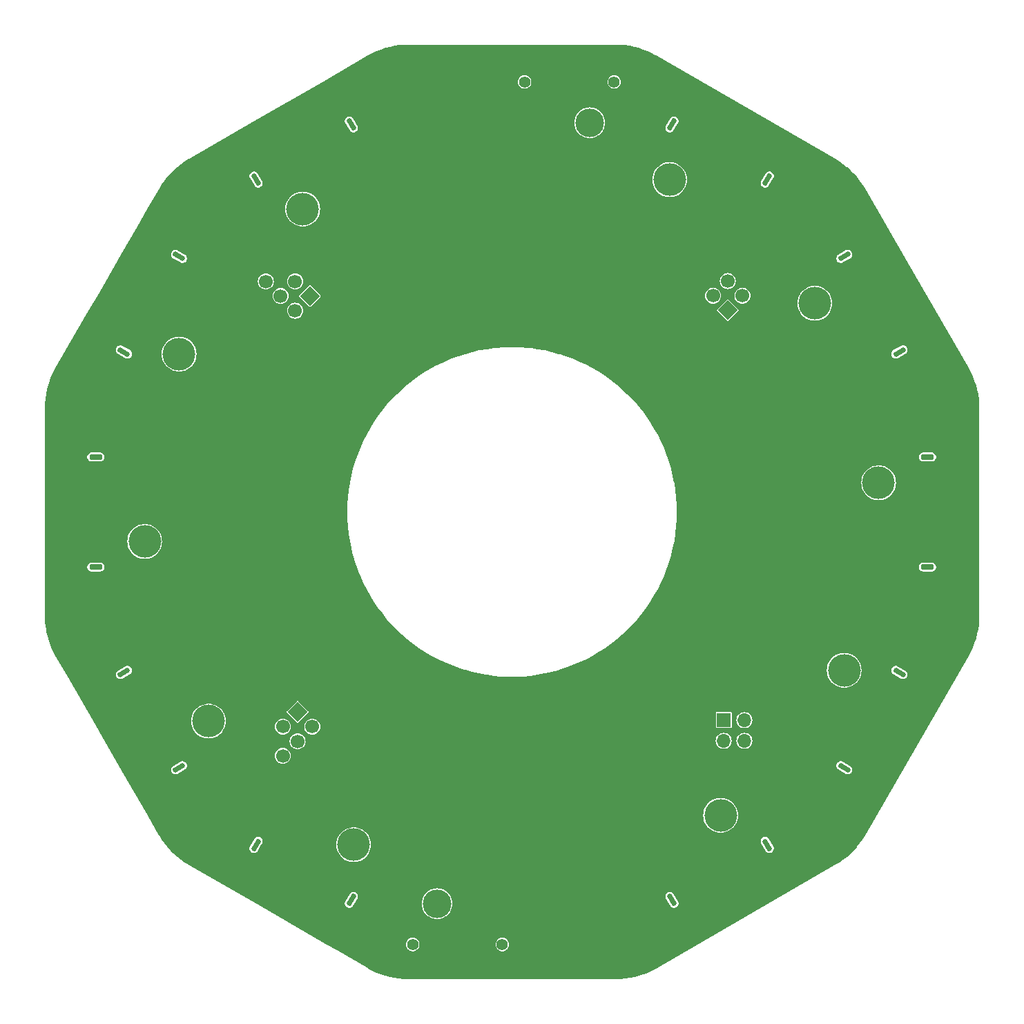
<source format=gbr>
%TF.GenerationSoftware,KiCad,Pcbnew,8.0.0*%
%TF.CreationDate,2024-06-30T13:13:21-04:00*%
%TF.ProjectId,PDB,5044422e-6b69-4636-9164-5f7063625858,rev?*%
%TF.SameCoordinates,Original*%
%TF.FileFunction,Copper,L1,Top*%
%TF.FilePolarity,Positive*%
%FSLAX46Y46*%
G04 Gerber Fmt 4.6, Leading zero omitted, Abs format (unit mm)*
G04 Created by KiCad (PCBNEW 8.0.0) date 2024-06-30 13:13:21*
%MOMM*%
%LPD*%
G01*
G04 APERTURE LIST*
G04 Aperture macros list*
%AMRoundRect*
0 Rectangle with rounded corners*
0 $1 Rounding radius*
0 $2 $3 $4 $5 $6 $7 $8 $9 X,Y pos of 4 corners*
0 Add a 4 corners polygon primitive as box body*
4,1,4,$2,$3,$4,$5,$6,$7,$8,$9,$2,$3,0*
0 Add four circle primitives for the rounded corners*
1,1,$1+$1,$2,$3*
1,1,$1+$1,$4,$5*
1,1,$1+$1,$6,$7*
1,1,$1+$1,$8,$9*
0 Add four rect primitives between the rounded corners*
20,1,$1+$1,$2,$3,$4,$5,0*
20,1,$1+$1,$4,$5,$6,$7,0*
20,1,$1+$1,$6,$7,$8,$9,0*
20,1,$1+$1,$8,$9,$2,$3,0*%
%AMHorizOval*
0 Thick line with rounded ends*
0 $1 width*
0 $2 $3 position (X,Y) of the first rounded end (center of the circle)*
0 $4 $5 position (X,Y) of the second rounded end (center of the circle)*
0 Add line between two ends*
20,1,$1,$2,$3,$4,$5,0*
0 Add two circle primitives to create the rounded ends*
1,1,$1,$2,$3*
1,1,$1,$4,$5*%
%AMRotRect*
0 Rectangle, with rotation*
0 The origin of the aperture is its center*
0 $1 length*
0 $2 width*
0 $3 Rotation angle, in degrees counterclockwise*
0 Add horizontal line*
21,1,$1,$2,0,0,$3*%
G04 Aperture macros list end*
%TA.AperFunction,ComponentPad*%
%ADD10C,6.400000*%
%TD*%
%TA.AperFunction,WasherPad*%
%ADD11RoundRect,0.150000X-0.637917X-0.195096X-0.487917X-0.454904X0.637917X0.195096X0.487917X0.454904X0*%
%TD*%
%TA.AperFunction,ComponentPad*%
%ADD12C,4.000000*%
%TD*%
%TA.AperFunction,WasherPad*%
%ADD13RoundRect,0.150000X-0.650000X0.150000X-0.650000X-0.150000X0.650000X-0.150000X0.650000X0.150000X0*%
%TD*%
%TA.AperFunction,WasherPad*%
%ADD14RoundRect,0.150000X0.650000X-0.150000X0.650000X0.150000X-0.650000X0.150000X-0.650000X-0.150000X0*%
%TD*%
%TA.AperFunction,ComponentPad*%
%ADD15RotRect,1.700000X1.700000X135.000000*%
%TD*%
%TA.AperFunction,ComponentPad*%
%ADD16HorizOval,1.700000X0.000000X0.000000X0.000000X0.000000X0*%
%TD*%
%TA.AperFunction,WasherPad*%
%ADD17RoundRect,0.150000X-0.487917X0.454904X-0.637917X0.195096X0.487917X-0.454904X0.637917X-0.195096X0*%
%TD*%
%TA.AperFunction,ComponentPad*%
%ADD18RotRect,1.700000X1.700000X315.000000*%
%TD*%
%TA.AperFunction,ComponentPad*%
%ADD19HorizOval,1.700000X0.000000X0.000000X0.000000X0.000000X0*%
%TD*%
%TA.AperFunction,ComponentPad*%
%ADD20C,1.400000*%
%TD*%
%TA.AperFunction,ComponentPad*%
%ADD21R,3.500000X3.500000*%
%TD*%
%TA.AperFunction,ComponentPad*%
%ADD22C,3.500000*%
%TD*%
%TA.AperFunction,ComponentPad*%
%ADD23R,1.700000X1.700000*%
%TD*%
%TA.AperFunction,ComponentPad*%
%ADD24O,1.700000X1.700000*%
%TD*%
%TA.AperFunction,WasherPad*%
%ADD25RoundRect,0.150000X-0.454904X-0.487917X-0.195096X-0.637917X0.454904X0.487917X0.195096X0.637917X0*%
%TD*%
%TA.AperFunction,ComponentPad*%
%ADD26RotRect,1.700000X1.700000X225.000000*%
%TD*%
%TA.AperFunction,ComponentPad*%
%ADD27HorizOval,1.700000X0.000000X0.000000X0.000000X0.000000X0*%
%TD*%
%TA.AperFunction,WasherPad*%
%ADD28RoundRect,0.150000X0.195096X-0.637917X0.454904X-0.487917X-0.195096X0.637917X-0.454904X0.487917X0*%
%TD*%
%TA.AperFunction,WasherPad*%
%ADD29RoundRect,0.150000X0.487917X-0.454904X0.637917X-0.195096X-0.487917X0.454904X-0.637917X0.195096X0*%
%TD*%
%TA.AperFunction,WasherPad*%
%ADD30RoundRect,0.150000X0.637917X0.195096X0.487917X0.454904X-0.637917X-0.195096X-0.487917X-0.454904X0*%
%TD*%
%TA.AperFunction,WasherPad*%
%ADD31RoundRect,0.150000X0.454904X0.487917X0.195096X0.637917X-0.454904X-0.487917X-0.195096X-0.637917X0*%
%TD*%
%TA.AperFunction,WasherPad*%
%ADD32RoundRect,0.150000X-0.195096X0.637917X-0.454904X0.487917X0.195096X-0.637917X0.454904X-0.487917X0*%
%TD*%
%TA.AperFunction,ComponentPad*%
%ADD33C,5.000000*%
%TD*%
G04 APERTURE END LIST*
D10*
%TO.P,H3,1,1*%
%TO.N,GND*%
X103780254Y-128455174D03*
%TD*%
D11*
%TO.P,J13,*%
%TO.N,*%
X95237742Y-109108693D03*
X101987742Y-120800035D03*
D12*
%TO.P,J13,1,Pin_1*%
%TO.N,V+_BATT*%
X105608894Y-115072055D03*
%TO.P,J13,2,Pin_2*%
%TO.N,GND*%
X102008894Y-108836673D03*
%TD*%
D10*
%TO.P,H2,1,1*%
%TO.N,GND*%
X103780254Y-50455174D03*
%TD*%
D13*
%TO.P,J14,*%
%TO.N,*%
X91780254Y-82704306D03*
X91780254Y-96204306D03*
D12*
%TO.P,J14,1,Pin_1*%
%TO.N,V+_BATT*%
X97780254Y-93054306D03*
%TO.P,J14,2,Pin_2*%
%TO.N,GND*%
X97780254Y-85854306D03*
%TD*%
D14*
%TO.P,J9,*%
%TO.N,*%
X193780254Y-96205174D03*
X193780254Y-82705174D03*
D12*
%TO.P,J9,1,Pin_1*%
%TO.N,V+_BATT*%
X187780254Y-85855174D03*
%TO.P,J9,2,Pin_2*%
%TO.N,GND*%
X187780254Y-93055174D03*
%TD*%
D15*
%TO.P,J1,1,Pin_1*%
%TO.N,V+_BATT*%
X169280254Y-64705174D03*
D16*
%TO.P,J1,2,Pin_2*%
%TO.N,+5VA*%
X167484203Y-62909123D03*
%TO.P,J1,3,Pin_3*%
%TO.N,unconnected-(J1-Pin_3-Pad3)*%
X171076305Y-62909123D03*
%TO.P,J1,4,Pin_4*%
%TO.N,unconnected-(J1-Pin_4-Pad4)*%
X169280254Y-61113072D03*
%TO.P,J1,5,Pin_5*%
%TO.N,GND*%
X172872356Y-61113072D03*
%TO.P,J1,6,Pin_6*%
X171076305Y-59317020D03*
%TD*%
D17*
%TO.P,J15,*%
%TO.N,*%
X101988176Y-58108693D03*
X95238176Y-69800035D03*
D12*
%TO.P,J15,1,Pin_1*%
%TO.N,V+_BATT*%
X102009328Y-70072055D03*
%TO.P,J15,2,Pin_2*%
%TO.N,GND*%
X105609328Y-63836673D03*
%TD*%
D18*
%TO.P,J3,1,Pin_1*%
%TO.N,V+_BATT*%
X116530254Y-113955174D03*
D19*
%TO.P,J3,2,Pin_2*%
%TO.N,+5VA*%
X118326305Y-115751225D03*
%TO.P,J3,3,Pin_3*%
%TO.N,unconnected-(J3-Pin_3-Pad3)*%
X114734203Y-115751225D03*
%TO.P,J3,4,Pin_4*%
%TO.N,unconnected-(J3-Pin_4-Pad4)*%
X116530254Y-117547276D03*
%TO.P,J3,5,Pin_5*%
%TO.N,GND*%
X112938152Y-117547276D03*
%TO.P,J3,6,Pin_6*%
%TO.N,V+_BATT*%
X114734203Y-119343328D03*
%TD*%
D20*
%TO.P,J6,*%
%TO.N,*%
X141636254Y-142461174D03*
X130636254Y-142461174D03*
D21*
%TO.P,J6,1,Pin_1*%
%TO.N,GND*%
X138636254Y-137461174D03*
D22*
%TO.P,J6,2,Pin_2*%
%TO.N,V+_BATT*%
X133636254Y-137461174D03*
%TD*%
D23*
%TO.P,J2,1,Pin_1*%
%TO.N,V+_BATT*%
X168780254Y-114955174D03*
D24*
%TO.P,J2,2,Pin_2*%
X171320254Y-114955174D03*
%TO.P,J2,3,Pin_3*%
%TO.N,unconnected-(J2-Pin_3-Pad3)*%
X168780254Y-117495174D03*
%TO.P,J2,4,Pin_4*%
%TO.N,unconnected-(J2-Pin_4-Pad4)*%
X171320254Y-117495174D03*
%TO.P,J2,5,Pin_5*%
%TO.N,GND*%
X168780254Y-120035174D03*
%TO.P,J2,6,Pin_6*%
X171320254Y-120035174D03*
%TD*%
D10*
%TO.P,H5,1,1*%
%TO.N,GND*%
X181780254Y-128455174D03*
%TD*%
D25*
%TO.P,J12,*%
%TO.N,*%
X111434207Y-130246818D03*
X123125549Y-136996818D03*
D12*
%TO.P,J12,1,Pin_1*%
%TO.N,V+_BATT*%
X123397569Y-130225666D03*
%TO.P,J12,2,Pin_2*%
%TO.N,GND*%
X117162187Y-126625666D03*
%TD*%
D26*
%TO.P,J4,1,Pin_1*%
%TO.N,V+_BATT*%
X118030254Y-62955174D03*
D27*
%TO.P,J4,2,Pin_2*%
X116234203Y-64751225D03*
%TO.P,J4,3,Pin_3*%
%TO.N,unconnected-(J4-Pin_3-Pad3)*%
X116234203Y-61159123D03*
%TO.P,J4,4,Pin_4*%
%TO.N,unconnected-(J4-Pin_4-Pad4)*%
X114438152Y-62955174D03*
%TO.P,J4,5,Pin_5*%
%TO.N,GND*%
X114438152Y-59363072D03*
%TO.P,J4,6,Pin_6*%
%TO.N,V+_BATT*%
X112642100Y-61159123D03*
%TD*%
D10*
%TO.P,H6,1,1*%
%TO.N,GND*%
X181780254Y-50455174D03*
%TD*%
D20*
%TO.P,J5,*%
%TO.N,*%
X144352254Y-36703174D03*
X155352254Y-36703174D03*
D21*
%TO.P,J5,1,Pin_1*%
%TO.N,GND*%
X147352254Y-41703174D03*
D22*
%TO.P,J5,2,Pin_2*%
%TO.N,V+_BATT*%
X152352254Y-41703174D03*
%TD*%
D28*
%TO.P,J11,*%
%TO.N,*%
X162434207Y-136997252D03*
X174125549Y-130247252D03*
D12*
%TO.P,J11,1,Pin_1*%
%TO.N,V+_BATT*%
X168397569Y-126626100D03*
%TO.P,J11,2,Pin_2*%
%TO.N,GND*%
X162162187Y-130226100D03*
%TD*%
D29*
%TO.P,J10,*%
%TO.N,*%
X183572332Y-120800787D03*
X190322332Y-109109445D03*
D12*
%TO.P,J10,1,Pin_1*%
%TO.N,V+_BATT*%
X183551180Y-108837425D03*
%TO.P,J10,2,Pin_2*%
%TO.N,GND*%
X179951180Y-115072807D03*
%TD*%
D30*
%TO.P,J8,*%
%TO.N,*%
X190322766Y-69800787D03*
X183572766Y-58109445D03*
D12*
%TO.P,J8,1,Pin_1*%
%TO.N,V+_BATT*%
X179951614Y-63837425D03*
%TO.P,J8,2,Pin_2*%
%TO.N,GND*%
X183551614Y-70072807D03*
%TD*%
D31*
%TO.P,J7,*%
%TO.N,*%
X174126301Y-48662662D03*
X162434959Y-41912662D03*
D12*
%TO.P,J7,1,Pin_1*%
%TO.N,V+_BATT*%
X162162939Y-48683814D03*
%TO.P,J7,2,Pin_2*%
%TO.N,GND*%
X168398321Y-52283814D03*
%TD*%
D32*
%TO.P,J16,*%
%TO.N,*%
X123126301Y-41912228D03*
X111434959Y-48662228D03*
D12*
%TO.P,J16,1,Pin_1*%
%TO.N,V+_BATT*%
X117162939Y-52283380D03*
%TO.P,J16,2,Pin_2*%
%TO.N,GND*%
X123398321Y-48683380D03*
%TD*%
D33*
%TO.P,H4,1,1*%
%TO.N,GND*%
X158655254Y-142160174D03*
%TD*%
%TO.P,H1,1,1*%
%TO.N,GND*%
X126905254Y-36750174D03*
%TD*%
%TA.AperFunction,Conductor*%
%TO.N,GND*%
G36*
X155562041Y-32128139D02*
G01*
X155577296Y-32128582D01*
X156126462Y-32144559D01*
X156133637Y-32144978D01*
X156694310Y-32194027D01*
X156701470Y-32194863D01*
X157258374Y-32276436D01*
X157265452Y-32277684D01*
X157816657Y-32391497D01*
X157823634Y-32393150D01*
X158367316Y-32538825D01*
X158374209Y-32540889D01*
X158374280Y-32540913D01*
X158908462Y-32717919D01*
X158915238Y-32720385D01*
X159438317Y-32928188D01*
X159444896Y-32931026D01*
X159955007Y-33168892D01*
X159961435Y-33172120D01*
X160430783Y-33425187D01*
X160433436Y-33427687D01*
X160456676Y-33439307D01*
X160463212Y-33442824D01*
X182463251Y-46144552D01*
X182463260Y-46144558D01*
X182487034Y-46158283D01*
X182502377Y-46167142D01*
X182503275Y-46167660D01*
X182506356Y-46169499D01*
X182711277Y-46295897D01*
X182986917Y-46465915D01*
X182992943Y-46469878D01*
X183453974Y-46792694D01*
X183459760Y-46797001D01*
X183874999Y-47125328D01*
X183901259Y-47146091D01*
X183906762Y-47150709D01*
X184327227Y-47524889D01*
X184332457Y-47529824D01*
X184730425Y-47927790D01*
X184735375Y-47933036D01*
X185084898Y-48325789D01*
X185109541Y-48353479D01*
X185114171Y-48358997D01*
X185463273Y-48800505D01*
X185467557Y-48806260D01*
X185699624Y-49137680D01*
X185790380Y-49267292D01*
X185794344Y-49273318D01*
X186090470Y-49753407D01*
X186092319Y-49756505D01*
X191376626Y-58909192D01*
X198703524Y-71599751D01*
X198808778Y-71782055D01*
X198808779Y-71782061D01*
X198808781Y-71782061D01*
X198818371Y-71798673D01*
X198820126Y-71801818D01*
X199088106Y-72298821D01*
X199091343Y-72305267D01*
X199329196Y-72815347D01*
X199332053Y-72821970D01*
X199539846Y-73345018D01*
X199542313Y-73351795D01*
X199719345Y-73886045D01*
X199721414Y-73892955D01*
X199867085Y-74436603D01*
X199868748Y-74443621D01*
X199982560Y-74994798D01*
X199983813Y-75001902D01*
X200065388Y-75558786D01*
X200066225Y-75565950D01*
X200115280Y-76126609D01*
X200115700Y-76133809D01*
X200132115Y-76697769D01*
X200132167Y-76701377D01*
X200132167Y-102153355D01*
X200132115Y-102156961D01*
X200115693Y-102721367D01*
X200115273Y-102728568D01*
X200066223Y-103289227D01*
X200065386Y-103296391D01*
X199983817Y-103853276D01*
X199982564Y-103860380D01*
X199868755Y-104411557D01*
X199867092Y-104418575D01*
X199721423Y-104962223D01*
X199719354Y-104969133D01*
X199542325Y-105503378D01*
X199539858Y-105510156D01*
X199332064Y-106033208D01*
X199329207Y-106039832D01*
X199091354Y-106549911D01*
X199088117Y-106556356D01*
X198820303Y-107053050D01*
X198818545Y-107056200D01*
X186103474Y-129079348D01*
X186103473Y-129079351D01*
X186092612Y-129098163D01*
X186090763Y-129101260D01*
X185794343Y-129581828D01*
X185790380Y-129587855D01*
X185467544Y-130048912D01*
X185463236Y-130054697D01*
X185136615Y-130467778D01*
X185114177Y-130496155D01*
X185109540Y-130501681D01*
X184735369Y-130922132D01*
X184730419Y-130927378D01*
X184332452Y-131325345D01*
X184327205Y-131330295D01*
X183906778Y-131704440D01*
X183901253Y-131709077D01*
X183459757Y-132058167D01*
X183453971Y-132062474D01*
X182992953Y-132385282D01*
X182986927Y-132389246D01*
X182506120Y-132685810D01*
X182503023Y-132687658D01*
X160461600Y-145413280D01*
X160458450Y-145415038D01*
X159961430Y-145683029D01*
X159954985Y-145686266D01*
X159444907Y-145924120D01*
X159438284Y-145926977D01*
X158915232Y-146134773D01*
X158908454Y-146137240D01*
X158374209Y-146314271D01*
X158367299Y-146316340D01*
X157823649Y-146462013D01*
X157816630Y-146463676D01*
X157265460Y-146577485D01*
X157258357Y-146578738D01*
X156701468Y-146660313D01*
X156694304Y-146661150D01*
X156133645Y-146710203D01*
X156126444Y-146710623D01*
X155562520Y-146727035D01*
X155558913Y-146727087D01*
X130106897Y-146727087D01*
X130103291Y-146727035D01*
X129538884Y-146710616D01*
X129531683Y-146710196D01*
X128971025Y-146661148D01*
X128963861Y-146660311D01*
X128406975Y-146578742D01*
X128399871Y-146577489D01*
X127848693Y-146463682D01*
X127841675Y-146462019D01*
X127298028Y-146316351D01*
X127291118Y-146314282D01*
X126756879Y-146137255D01*
X126750100Y-146134788D01*
X126227042Y-145926990D01*
X126220419Y-145924133D01*
X125710342Y-145686278D01*
X125703896Y-145683041D01*
X125207270Y-145415262D01*
X125204121Y-145413504D01*
X125177832Y-145398326D01*
X125177831Y-145398325D01*
X121338622Y-143181757D01*
X120090535Y-142461174D01*
X129804196Y-142461174D01*
X129822378Y-142634169D01*
X129822379Y-142634172D01*
X129876128Y-142799595D01*
X129876131Y-142799602D01*
X129963104Y-142950244D01*
X130079493Y-143079509D01*
X130079500Y-143079515D01*
X130220220Y-143181754D01*
X130220221Y-143181754D01*
X130220225Y-143181757D01*
X130349821Y-143239457D01*
X130379129Y-143252506D01*
X130379134Y-143252508D01*
X130549280Y-143288674D01*
X130723228Y-143288674D01*
X130893374Y-143252508D01*
X131052283Y-143181757D01*
X131193009Y-143079514D01*
X131309403Y-142950245D01*
X131396377Y-142799602D01*
X131450130Y-142634169D01*
X131468312Y-142461174D01*
X140804196Y-142461174D01*
X140822378Y-142634169D01*
X140822379Y-142634172D01*
X140876128Y-142799595D01*
X140876131Y-142799602D01*
X140963104Y-142950244D01*
X141079493Y-143079509D01*
X141079500Y-143079515D01*
X141220220Y-143181754D01*
X141220221Y-143181754D01*
X141220225Y-143181757D01*
X141349821Y-143239457D01*
X141379129Y-143252506D01*
X141379134Y-143252508D01*
X141549280Y-143288674D01*
X141723228Y-143288674D01*
X141893374Y-143252508D01*
X142052283Y-143181757D01*
X142193009Y-143079514D01*
X142309403Y-142950245D01*
X142396377Y-142799602D01*
X142450130Y-142634169D01*
X142468312Y-142461174D01*
X142450130Y-142288179D01*
X142396377Y-142122746D01*
X142309403Y-141972103D01*
X142193014Y-141842838D01*
X142193007Y-141842832D01*
X142052287Y-141740593D01*
X142052284Y-141740591D01*
X142052283Y-141740591D01*
X141994581Y-141714900D01*
X141893378Y-141669841D01*
X141893373Y-141669839D01*
X141723228Y-141633674D01*
X141549280Y-141633674D01*
X141379134Y-141669839D01*
X141379129Y-141669841D01*
X141220225Y-141740591D01*
X141220220Y-141740593D01*
X141079500Y-141842832D01*
X141079493Y-141842838D01*
X140963104Y-141972103D01*
X140876131Y-142122745D01*
X140876128Y-142122752D01*
X140822379Y-142288175D01*
X140822378Y-142288179D01*
X140804196Y-142461174D01*
X131468312Y-142461174D01*
X131450130Y-142288179D01*
X131396377Y-142122746D01*
X131309403Y-141972103D01*
X131193014Y-141842838D01*
X131193007Y-141842832D01*
X131052287Y-141740593D01*
X131052284Y-141740591D01*
X131052283Y-141740591D01*
X130994581Y-141714900D01*
X130893378Y-141669841D01*
X130893373Y-141669839D01*
X130723228Y-141633674D01*
X130549280Y-141633674D01*
X130379134Y-141669839D01*
X130379129Y-141669841D01*
X130220225Y-141740591D01*
X130220220Y-141740593D01*
X130079500Y-141842832D01*
X130079493Y-141842838D01*
X129963104Y-141972103D01*
X129876131Y-142122745D01*
X129876128Y-142122752D01*
X129822379Y-142288175D01*
X129822378Y-142288179D01*
X129804196Y-142461174D01*
X120090535Y-142461174D01*
X111501518Y-137502303D01*
X122325049Y-137502303D01*
X122325050Y-137502305D01*
X122362565Y-137642315D01*
X122362566Y-137642318D01*
X122435041Y-137767847D01*
X122537531Y-137870339D01*
X122537533Y-137870340D01*
X122537534Y-137870341D01*
X122663064Y-137942816D01*
X122803075Y-137980331D01*
X122948024Y-137980330D01*
X123088034Y-137942815D01*
X123213564Y-137870340D01*
X123316059Y-137767846D01*
X123493115Y-137461175D01*
X131753958Y-137461175D01*
X131773117Y-137729058D01*
X131830202Y-137991471D01*
X131830204Y-137991478D01*
X131888476Y-138147711D01*
X131924057Y-138243109D01*
X131924059Y-138243113D01*
X132052762Y-138478814D01*
X132052767Y-138478822D01*
X132213703Y-138693808D01*
X132213719Y-138693826D01*
X132403601Y-138883708D01*
X132403619Y-138883724D01*
X132618605Y-139044660D01*
X132618613Y-139044665D01*
X132854314Y-139173368D01*
X132854318Y-139173370D01*
X132854320Y-139173371D01*
X133105950Y-139267224D01*
X133237162Y-139295767D01*
X133368369Y-139324310D01*
X133368371Y-139324310D01*
X133368375Y-139324311D01*
X133606428Y-139341336D01*
X133636253Y-139343470D01*
X133636254Y-139343470D01*
X133636255Y-139343470D01*
X133663091Y-139341550D01*
X133904133Y-139324311D01*
X134166558Y-139267224D01*
X134418188Y-139173371D01*
X134653900Y-139044662D01*
X134868896Y-138883718D01*
X135058798Y-138693816D01*
X135219742Y-138478820D01*
X135348451Y-138243108D01*
X135442304Y-137991478D01*
X135499391Y-137729053D01*
X135518550Y-137461174D01*
X135499391Y-137193295D01*
X135442304Y-136930870D01*
X135348451Y-136679240D01*
X135325229Y-136636713D01*
X161633707Y-136636713D01*
X161671222Y-136776724D01*
X162243698Y-137768280D01*
X162346192Y-137870775D01*
X162471723Y-137943249D01*
X162611732Y-137980765D01*
X162611734Y-137980765D01*
X162756680Y-137980765D01*
X162756682Y-137980765D01*
X162896692Y-137943250D01*
X163022222Y-137870775D01*
X163124717Y-137768280D01*
X163197191Y-137642750D01*
X163234707Y-137502741D01*
X163234707Y-137357791D01*
X163197192Y-137217781D01*
X162624717Y-136226224D01*
X162624716Y-136226223D01*
X162624715Y-136226221D01*
X162522223Y-136123731D01*
X162522222Y-136123730D01*
X162396692Y-136051255D01*
X162256682Y-136013740D01*
X162256680Y-136013739D01*
X162256679Y-136013739D01*
X162111734Y-136013739D01*
X162111733Y-136013739D01*
X162041727Y-136032496D01*
X161971721Y-136051254D01*
X161971719Y-136051255D01*
X161846189Y-136123730D01*
X161743699Y-136226222D01*
X161671224Y-136351751D01*
X161671223Y-136351754D01*
X161633708Y-136491764D01*
X161633707Y-136491766D01*
X161633707Y-136636277D01*
X161633707Y-136636713D01*
X135325229Y-136636713D01*
X135219745Y-136443533D01*
X135219740Y-136443525D01*
X135058804Y-136228539D01*
X135058788Y-136228521D01*
X134868906Y-136038639D01*
X134868888Y-136038623D01*
X134653902Y-135877687D01*
X134653894Y-135877682D01*
X134418193Y-135748979D01*
X134418189Y-135748977D01*
X134322791Y-135713396D01*
X134166558Y-135655124D01*
X134166554Y-135655123D01*
X134166551Y-135655122D01*
X133904138Y-135598037D01*
X133636255Y-135578878D01*
X133636253Y-135578878D01*
X133368369Y-135598037D01*
X133105956Y-135655122D01*
X133105951Y-135655123D01*
X133105950Y-135655124D01*
X133045112Y-135677815D01*
X132854318Y-135748977D01*
X132854314Y-135748979D01*
X132618613Y-135877682D01*
X132618605Y-135877687D01*
X132403619Y-136038623D01*
X132403601Y-136038639D01*
X132213719Y-136228521D01*
X132213703Y-136228539D01*
X132052767Y-136443525D01*
X132052762Y-136443533D01*
X131924059Y-136679234D01*
X131924057Y-136679238D01*
X131830202Y-136930876D01*
X131773117Y-137193289D01*
X131753958Y-137461172D01*
X131753958Y-137461175D01*
X123493115Y-137461175D01*
X123888534Y-136776289D01*
X123926049Y-136636279D01*
X123926049Y-136491329D01*
X123888533Y-136351320D01*
X123816059Y-136225790D01*
X123713564Y-136123295D01*
X123588789Y-136051256D01*
X123588036Y-136050821D01*
X123588035Y-136050820D01*
X123588034Y-136050820D01*
X123448024Y-136013305D01*
X123303074Y-136013305D01*
X123209734Y-136038315D01*
X123163064Y-136050821D01*
X123037536Y-136123293D01*
X122935040Y-136225790D01*
X122362565Y-137217343D01*
X122362564Y-137217345D01*
X122325049Y-137357358D01*
X122325049Y-137502303D01*
X111501518Y-137502303D01*
X103223815Y-132723169D01*
X103195042Y-132706556D01*
X103162073Y-132687521D01*
X103158988Y-132685680D01*
X102678401Y-132389251D01*
X102672375Y-132385287D01*
X102397129Y-132192561D01*
X102211343Y-132062474D01*
X102205578Y-132058183D01*
X101764060Y-131709077D01*
X101758545Y-131704448D01*
X101338127Y-131330311D01*
X101332880Y-131325362D01*
X100934894Y-130927379D01*
X100929944Y-130922132D01*
X100778809Y-130752304D01*
X110633707Y-130752304D01*
X110633708Y-130752306D01*
X110646757Y-130801004D01*
X110671223Y-130892315D01*
X110671224Y-130892318D01*
X110743699Y-131017847D01*
X110846189Y-131120339D01*
X110846191Y-131120340D01*
X110846192Y-131120341D01*
X110971722Y-131192816D01*
X111111733Y-131230331D01*
X111256682Y-131230330D01*
X111396692Y-131192815D01*
X111522222Y-131120340D01*
X111624717Y-131017846D01*
X112082082Y-130225666D01*
X121265098Y-130225666D01*
X121284959Y-130516037D01*
X121284960Y-130516039D01*
X121344172Y-130800985D01*
X121344177Y-130801004D01*
X121421397Y-131018281D01*
X121441642Y-131075245D01*
X121575544Y-131333664D01*
X121743387Y-131571443D01*
X121743391Y-131571447D01*
X121743391Y-131571448D01*
X121942047Y-131784155D01*
X121990103Y-131823251D01*
X122167815Y-131967831D01*
X122167817Y-131967832D01*
X122167818Y-131967833D01*
X122416495Y-132119056D01*
X122683443Y-132235008D01*
X122683448Y-132235010D01*
X122963705Y-132313534D01*
X123217200Y-132348376D01*
X123252043Y-132353166D01*
X123252044Y-132353166D01*
X123543095Y-132353166D01*
X123574181Y-132348893D01*
X123831433Y-132313534D01*
X124111690Y-132235010D01*
X124378644Y-132119055D01*
X124627323Y-131967831D01*
X124853094Y-131784152D01*
X125051751Y-131571443D01*
X125219594Y-131333664D01*
X125353496Y-131075245D01*
X125450962Y-130801000D01*
X125510178Y-130516037D01*
X125530040Y-130225666D01*
X125510178Y-129935295D01*
X125500083Y-129886713D01*
X173325049Y-129886713D01*
X173362447Y-130026288D01*
X173362564Y-130026724D01*
X173362565Y-130026726D01*
X173377874Y-130053242D01*
X173935040Y-131018280D01*
X174037534Y-131120775D01*
X174163065Y-131193249D01*
X174303074Y-131230765D01*
X174303076Y-131230765D01*
X174448022Y-131230765D01*
X174448024Y-131230765D01*
X174588034Y-131193250D01*
X174713564Y-131120775D01*
X174816059Y-131018280D01*
X174888533Y-130892750D01*
X174926049Y-130752741D01*
X174926049Y-130607791D01*
X174888534Y-130467781D01*
X174316059Y-129476224D01*
X174316058Y-129476223D01*
X174316057Y-129476221D01*
X174213565Y-129373731D01*
X174213564Y-129373730D01*
X174088034Y-129301255D01*
X173948024Y-129263740D01*
X173948022Y-129263739D01*
X173948021Y-129263739D01*
X173803076Y-129263739D01*
X173803075Y-129263739D01*
X173733069Y-129282496D01*
X173663063Y-129301254D01*
X173663061Y-129301255D01*
X173537531Y-129373730D01*
X173435041Y-129476222D01*
X173362566Y-129601751D01*
X173362565Y-129601754D01*
X173325050Y-129741764D01*
X173325049Y-129741766D01*
X173325049Y-129886277D01*
X173325049Y-129886713D01*
X125500083Y-129886713D01*
X125450962Y-129650332D01*
X125353496Y-129376087D01*
X125219594Y-129117668D01*
X125051751Y-128879889D01*
X125051746Y-128879883D01*
X124853090Y-128667176D01*
X124627319Y-128483498D01*
X124378642Y-128332275D01*
X124111694Y-128216323D01*
X123831439Y-128137799D01*
X123831434Y-128137798D01*
X123831433Y-128137798D01*
X123687263Y-128117982D01*
X123543095Y-128098166D01*
X123543094Y-128098166D01*
X123252044Y-128098166D01*
X123252043Y-128098166D01*
X122963705Y-128137798D01*
X122963698Y-128137799D01*
X122683443Y-128216323D01*
X122416495Y-128332275D01*
X122167818Y-128483498D01*
X121942047Y-128667176D01*
X121743391Y-128879883D01*
X121743391Y-128879884D01*
X121575544Y-129117667D01*
X121441641Y-129376088D01*
X121344177Y-129650327D01*
X121344172Y-129650346D01*
X121284960Y-129935292D01*
X121284959Y-129935294D01*
X121265098Y-130225666D01*
X112082082Y-130225666D01*
X112197192Y-130026289D01*
X112234707Y-129886279D01*
X112234707Y-129741329D01*
X112197191Y-129601320D01*
X112124717Y-129475790D01*
X112022222Y-129373295D01*
X111897447Y-129301256D01*
X111896694Y-129300821D01*
X111896693Y-129300820D01*
X111896692Y-129300820D01*
X111756682Y-129263305D01*
X111611732Y-129263305D01*
X111518392Y-129288315D01*
X111471722Y-129300821D01*
X111346194Y-129373293D01*
X111243698Y-129475790D01*
X110671223Y-130467343D01*
X110671222Y-130467345D01*
X110633707Y-130607358D01*
X110633707Y-130752303D01*
X110633707Y-130752304D01*
X100778809Y-130752304D01*
X100778808Y-130752303D01*
X100555779Y-130501688D01*
X100551160Y-130496183D01*
X100202065Y-130054685D01*
X100197779Y-130048928D01*
X99874924Y-129587847D01*
X99870985Y-129581856D01*
X99574892Y-129101818D01*
X99573054Y-129098740D01*
X99553696Y-129065211D01*
X98145475Y-126626100D01*
X166265098Y-126626100D01*
X166284959Y-126916471D01*
X166284960Y-126916473D01*
X166344172Y-127201419D01*
X166344176Y-127201434D01*
X166441642Y-127475679D01*
X166575544Y-127734098D01*
X166743387Y-127971877D01*
X166743391Y-127971881D01*
X166743391Y-127971882D01*
X166942047Y-128184589D01*
X167068323Y-128287321D01*
X167167815Y-128368265D01*
X167167817Y-128368266D01*
X167167818Y-128368267D01*
X167416495Y-128519490D01*
X167683443Y-128635442D01*
X167683448Y-128635444D01*
X167963705Y-128713968D01*
X168217200Y-128748810D01*
X168252043Y-128753600D01*
X168252044Y-128753600D01*
X168543095Y-128753600D01*
X168574181Y-128749327D01*
X168831433Y-128713968D01*
X169111690Y-128635444D01*
X169378644Y-128519489D01*
X169627323Y-128368265D01*
X169853094Y-128184586D01*
X170051751Y-127971877D01*
X170219594Y-127734098D01*
X170353496Y-127475679D01*
X170450962Y-127201434D01*
X170510178Y-126916471D01*
X170530040Y-126626100D01*
X170510178Y-126335729D01*
X170450962Y-126050766D01*
X170353496Y-125776521D01*
X170219594Y-125518102D01*
X170051751Y-125280323D01*
X170051746Y-125280317D01*
X169853090Y-125067610D01*
X169627319Y-124883932D01*
X169378642Y-124732709D01*
X169111694Y-124616757D01*
X168831439Y-124538233D01*
X168831434Y-124538232D01*
X168831433Y-124538232D01*
X168687263Y-124518416D01*
X168543095Y-124498600D01*
X168543094Y-124498600D01*
X168252044Y-124498600D01*
X168252043Y-124498600D01*
X167963705Y-124538232D01*
X167963698Y-124538233D01*
X167683443Y-124616757D01*
X167416495Y-124732709D01*
X167167818Y-124883932D01*
X166942047Y-125067610D01*
X166743391Y-125280317D01*
X166743391Y-125280318D01*
X166575544Y-125518101D01*
X166441641Y-125776522D01*
X166344177Y-126050761D01*
X166344172Y-126050780D01*
X166284960Y-126335726D01*
X166284959Y-126335728D01*
X166265098Y-126626100D01*
X98145475Y-126626100D01*
X94967975Y-121122509D01*
X101004229Y-121122509D01*
X101004431Y-121123262D01*
X101041744Y-121262520D01*
X101041745Y-121262522D01*
X101114220Y-121388052D01*
X101216710Y-121490540D01*
X101216714Y-121490544D01*
X101342244Y-121563019D01*
X101482254Y-121600534D01*
X101627203Y-121600535D01*
X101767214Y-121563020D01*
X102758770Y-120990544D01*
X102861265Y-120888050D01*
X102933739Y-120762519D01*
X102971054Y-120623260D01*
X182588819Y-120623260D01*
X182588820Y-120623262D01*
X182626335Y-120763272D01*
X182698374Y-120888047D01*
X182698811Y-120888803D01*
X182801301Y-120991295D01*
X182801303Y-120991296D01*
X182801304Y-120991297D01*
X183792861Y-121563772D01*
X183932871Y-121601287D01*
X183932873Y-121601287D01*
X184077819Y-121601287D01*
X184077821Y-121601287D01*
X184217830Y-121563771D01*
X184343360Y-121491297D01*
X184445855Y-121388802D01*
X184518330Y-121263272D01*
X184555845Y-121123262D01*
X184555845Y-120978312D01*
X184518329Y-120838303D01*
X184445855Y-120712772D01*
X184343360Y-120610278D01*
X183477336Y-120110278D01*
X183351806Y-120037803D01*
X183351804Y-120037802D01*
X183348997Y-120037050D01*
X183211793Y-120000287D01*
X183211790Y-120000287D01*
X183066846Y-120000287D01*
X183066844Y-120000288D01*
X182926834Y-120037803D01*
X182926831Y-120037804D01*
X182801302Y-120110279D01*
X182698810Y-120212769D01*
X182626335Y-120338299D01*
X182626334Y-120338301D01*
X182588819Y-120478314D01*
X182588819Y-120623259D01*
X182588819Y-120623260D01*
X102971054Y-120623260D01*
X102971255Y-120622510D01*
X102971255Y-120477560D01*
X102933740Y-120337550D01*
X102861265Y-120212020D01*
X102758770Y-120109525D01*
X102633240Y-120037051D01*
X102633241Y-120037051D01*
X102586570Y-120024545D01*
X102493231Y-119999535D01*
X102348281Y-119999535D01*
X102208271Y-120037050D01*
X102208268Y-120037051D01*
X101216711Y-120609526D01*
X101114221Y-120712018D01*
X101041746Y-120837547D01*
X101041745Y-120837550D01*
X101004230Y-120977560D01*
X101004229Y-120977562D01*
X101004229Y-121122507D01*
X101004229Y-121122509D01*
X94967975Y-121122509D01*
X93940764Y-119343328D01*
X113751973Y-119343328D01*
X113770846Y-119534954D01*
X113826741Y-119719212D01*
X113917505Y-119889020D01*
X113917509Y-119889027D01*
X114039661Y-120037869D01*
X114188503Y-120160021D01*
X114188510Y-120160025D01*
X114287193Y-120212772D01*
X114358320Y-120250790D01*
X114542579Y-120306685D01*
X114734203Y-120325558D01*
X114925827Y-120306685D01*
X115110086Y-120250790D01*
X115279901Y-120160022D01*
X115428744Y-120037869D01*
X115550897Y-119889026D01*
X115641665Y-119719211D01*
X115697560Y-119534952D01*
X115716433Y-119343328D01*
X115697560Y-119151704D01*
X115641665Y-118967445D01*
X115550897Y-118797630D01*
X115550896Y-118797628D01*
X115428744Y-118648786D01*
X115279902Y-118526634D01*
X115279895Y-118526630D01*
X115110087Y-118435866D01*
X114925829Y-118379971D01*
X114734203Y-118361098D01*
X114542576Y-118379971D01*
X114358318Y-118435866D01*
X114188510Y-118526630D01*
X114188503Y-118526634D01*
X114039661Y-118648786D01*
X113917509Y-118797628D01*
X113917505Y-118797635D01*
X113826741Y-118967443D01*
X113770846Y-119151701D01*
X113751973Y-119343328D01*
X93940764Y-119343328D01*
X92903813Y-117547276D01*
X115548024Y-117547276D01*
X115566897Y-117738902D01*
X115622792Y-117923160D01*
X115713556Y-118092968D01*
X115713560Y-118092975D01*
X115835712Y-118241817D01*
X115984554Y-118363969D01*
X115984561Y-118363973D01*
X116056893Y-118402635D01*
X116154371Y-118454738D01*
X116338630Y-118510633D01*
X116530254Y-118529506D01*
X116721878Y-118510633D01*
X116906137Y-118454738D01*
X117075952Y-118363970D01*
X117224795Y-118241817D01*
X117346948Y-118092974D01*
X117437716Y-117923159D01*
X117493611Y-117738900D01*
X117512484Y-117547276D01*
X117507352Y-117495174D01*
X167798024Y-117495174D01*
X167816897Y-117686800D01*
X167872792Y-117871058D01*
X167963556Y-118040866D01*
X167963560Y-118040873D01*
X168085712Y-118189715D01*
X168234554Y-118311867D01*
X168234561Y-118311871D01*
X168361968Y-118379971D01*
X168404371Y-118402636D01*
X168588630Y-118458531D01*
X168780254Y-118477404D01*
X168971878Y-118458531D01*
X169156137Y-118402636D01*
X169325952Y-118311868D01*
X169474795Y-118189715D01*
X169596948Y-118040872D01*
X169687716Y-117871057D01*
X169743611Y-117686798D01*
X169762484Y-117495174D01*
X170338024Y-117495174D01*
X170356897Y-117686800D01*
X170412792Y-117871058D01*
X170503556Y-118040866D01*
X170503560Y-118040873D01*
X170625712Y-118189715D01*
X170774554Y-118311867D01*
X170774561Y-118311871D01*
X170901968Y-118379971D01*
X170944371Y-118402636D01*
X171128630Y-118458531D01*
X171320254Y-118477404D01*
X171511878Y-118458531D01*
X171696137Y-118402636D01*
X171865952Y-118311868D01*
X172014795Y-118189715D01*
X172136948Y-118040872D01*
X172227716Y-117871057D01*
X172283611Y-117686798D01*
X172302484Y-117495174D01*
X172283611Y-117303550D01*
X172227716Y-117119291D01*
X172136948Y-116949476D01*
X172136947Y-116949474D01*
X172014795Y-116800632D01*
X171865953Y-116678480D01*
X171865946Y-116678476D01*
X171696138Y-116587712D01*
X171511880Y-116531817D01*
X171320254Y-116512944D01*
X171128627Y-116531817D01*
X170944369Y-116587712D01*
X170774561Y-116678476D01*
X170774554Y-116678480D01*
X170625712Y-116800632D01*
X170503560Y-116949474D01*
X170503556Y-116949481D01*
X170412792Y-117119289D01*
X170356897Y-117303547D01*
X170338024Y-117495174D01*
X169762484Y-117495174D01*
X169743611Y-117303550D01*
X169687716Y-117119291D01*
X169596948Y-116949476D01*
X169596947Y-116949474D01*
X169474795Y-116800632D01*
X169325953Y-116678480D01*
X169325946Y-116678476D01*
X169156138Y-116587712D01*
X168971880Y-116531817D01*
X168780254Y-116512944D01*
X168588627Y-116531817D01*
X168404369Y-116587712D01*
X168234561Y-116678476D01*
X168234554Y-116678480D01*
X168085712Y-116800632D01*
X167963560Y-116949474D01*
X167963556Y-116949481D01*
X167872792Y-117119289D01*
X167816897Y-117303547D01*
X167798024Y-117495174D01*
X117507352Y-117495174D01*
X117493611Y-117355652D01*
X117437716Y-117171393D01*
X117346948Y-117001578D01*
X117346947Y-117001576D01*
X117224795Y-116852734D01*
X117075953Y-116730582D01*
X117075946Y-116730578D01*
X116906138Y-116639814D01*
X116721880Y-116583919D01*
X116530254Y-116565046D01*
X116338627Y-116583919D01*
X116154369Y-116639814D01*
X115984561Y-116730578D01*
X115984554Y-116730582D01*
X115835712Y-116852734D01*
X115713560Y-117001576D01*
X115713556Y-117001583D01*
X115622792Y-117171391D01*
X115566897Y-117355649D01*
X115548024Y-117547276D01*
X92903813Y-117547276D01*
X91474744Y-115072055D01*
X103476423Y-115072055D01*
X103496284Y-115362426D01*
X103496285Y-115362428D01*
X103555497Y-115647374D01*
X103555502Y-115647393D01*
X103629258Y-115854923D01*
X103652967Y-115921634D01*
X103786869Y-116180053D01*
X103954712Y-116417832D01*
X103954716Y-116417836D01*
X103954716Y-116417837D01*
X104153372Y-116630544D01*
X104256668Y-116714581D01*
X104379140Y-116814220D01*
X104379142Y-116814221D01*
X104379143Y-116814222D01*
X104627820Y-116965445D01*
X104894768Y-117081397D01*
X104894773Y-117081399D01*
X105175030Y-117159923D01*
X105428525Y-117194765D01*
X105463368Y-117199555D01*
X105463369Y-117199555D01*
X105754420Y-117199555D01*
X105785506Y-117195282D01*
X106042758Y-117159923D01*
X106323015Y-117081399D01*
X106589969Y-116965444D01*
X106838648Y-116814220D01*
X107064419Y-116630541D01*
X107263076Y-116417832D01*
X107430919Y-116180053D01*
X107564821Y-115921634D01*
X107625384Y-115751225D01*
X113751973Y-115751225D01*
X113770846Y-115942851D01*
X113826741Y-116127109D01*
X113917505Y-116296917D01*
X113917509Y-116296924D01*
X114039661Y-116445766D01*
X114188503Y-116567918D01*
X114188510Y-116567922D01*
X114305668Y-116630544D01*
X114358320Y-116658687D01*
X114542579Y-116714582D01*
X114734203Y-116733455D01*
X114925827Y-116714582D01*
X115110086Y-116658687D01*
X115279901Y-116567919D01*
X115428744Y-116445766D01*
X115550897Y-116296923D01*
X115641665Y-116127108D01*
X115697560Y-115942849D01*
X115716433Y-115751225D01*
X117344075Y-115751225D01*
X117362948Y-115942851D01*
X117418843Y-116127109D01*
X117509607Y-116296917D01*
X117509611Y-116296924D01*
X117631763Y-116445766D01*
X117780605Y-116567918D01*
X117780612Y-116567922D01*
X117897770Y-116630544D01*
X117950422Y-116658687D01*
X118134681Y-116714582D01*
X118326305Y-116733455D01*
X118517929Y-116714582D01*
X118702188Y-116658687D01*
X118872003Y-116567919D01*
X119020846Y-116445766D01*
X119142999Y-116296923D01*
X119233767Y-116127108D01*
X119289662Y-115942849D01*
X119301985Y-115817732D01*
X167802754Y-115817732D01*
X167810152Y-115854923D01*
X167838331Y-115897096D01*
X167880504Y-115925275D01*
X167880506Y-115925276D01*
X167908459Y-115930836D01*
X167917695Y-115932674D01*
X167917696Y-115932674D01*
X169642813Y-115932674D01*
X169650211Y-115931202D01*
X169680002Y-115925276D01*
X169722176Y-115897096D01*
X169750356Y-115854922D01*
X169757754Y-115817732D01*
X169757754Y-114955174D01*
X170338024Y-114955174D01*
X170356897Y-115146800D01*
X170412792Y-115331058D01*
X170503556Y-115500866D01*
X170503560Y-115500873D01*
X170625712Y-115649715D01*
X170774554Y-115771867D01*
X170774561Y-115771871D01*
X170929939Y-115854922D01*
X170944371Y-115862636D01*
X171128630Y-115918531D01*
X171320254Y-115937404D01*
X171511878Y-115918531D01*
X171696137Y-115862636D01*
X171865952Y-115771868D01*
X172014795Y-115649715D01*
X172136948Y-115500872D01*
X172227716Y-115331057D01*
X172283611Y-115146798D01*
X172302484Y-114955174D01*
X172283611Y-114763550D01*
X172227716Y-114579291D01*
X172183589Y-114496735D01*
X172136951Y-114409481D01*
X172136947Y-114409474D01*
X172014795Y-114260632D01*
X171865953Y-114138480D01*
X171865946Y-114138476D01*
X171696138Y-114047712D01*
X171511880Y-113991817D01*
X171320254Y-113972944D01*
X171128627Y-113991817D01*
X170944369Y-114047712D01*
X170774561Y-114138476D01*
X170774554Y-114138480D01*
X170625712Y-114260632D01*
X170503560Y-114409474D01*
X170503556Y-114409481D01*
X170412792Y-114579289D01*
X170356897Y-114763547D01*
X170338024Y-114955174D01*
X169757754Y-114955174D01*
X169757754Y-114092616D01*
X169750356Y-114055426D01*
X169737673Y-114036444D01*
X169722176Y-114013251D01*
X169680003Y-113985072D01*
X169642813Y-113977674D01*
X169642812Y-113977674D01*
X167917696Y-113977674D01*
X167917695Y-113977674D01*
X167880504Y-113985072D01*
X167838331Y-114013251D01*
X167810152Y-114055424D01*
X167802754Y-114092615D01*
X167802754Y-115817732D01*
X119301985Y-115817732D01*
X119308535Y-115751225D01*
X119289662Y-115559601D01*
X119233767Y-115375342D01*
X119210096Y-115331057D01*
X119143002Y-115205532D01*
X119142998Y-115205525D01*
X119020846Y-115056683D01*
X118872004Y-114934531D01*
X118871997Y-114934527D01*
X118702189Y-114843763D01*
X118517931Y-114787868D01*
X118326305Y-114768995D01*
X118134678Y-114787868D01*
X117950420Y-114843763D01*
X117780612Y-114934527D01*
X117780605Y-114934531D01*
X117631763Y-115056683D01*
X117509611Y-115205525D01*
X117509607Y-115205532D01*
X117418843Y-115375340D01*
X117362948Y-115559598D01*
X117344075Y-115751225D01*
X115716433Y-115751225D01*
X115697560Y-115559601D01*
X115641665Y-115375342D01*
X115617994Y-115331057D01*
X115550900Y-115205532D01*
X115550896Y-115205525D01*
X115428744Y-115056683D01*
X115279902Y-114934531D01*
X115279895Y-114934527D01*
X115110087Y-114843763D01*
X114925829Y-114787868D01*
X114734203Y-114768995D01*
X114542576Y-114787868D01*
X114358318Y-114843763D01*
X114188510Y-114934527D01*
X114188503Y-114934531D01*
X114039661Y-115056683D01*
X113917509Y-115205525D01*
X113917505Y-115205532D01*
X113826741Y-115375340D01*
X113770846Y-115559598D01*
X113751973Y-115751225D01*
X107625384Y-115751225D01*
X107662287Y-115647389D01*
X107721503Y-115362426D01*
X107741365Y-115072055D01*
X107721503Y-114781684D01*
X107662287Y-114496721D01*
X107564821Y-114222476D01*
X107430919Y-113964057D01*
X107424649Y-113955174D01*
X115198175Y-113955174D01*
X115208070Y-114004923D01*
X115213635Y-114013251D01*
X115229137Y-114036450D01*
X116448978Y-115256291D01*
X116464850Y-115266897D01*
X116480504Y-115277357D01*
X116480506Y-115277358D01*
X116530254Y-115287253D01*
X116580002Y-115277358D01*
X116611530Y-115256291D01*
X117831371Y-114036450D01*
X117852438Y-114004922D01*
X117862333Y-113955174D01*
X117852438Y-113905426D01*
X117831371Y-113873898D01*
X116611530Y-112654057D01*
X116611095Y-112653766D01*
X116580003Y-112632990D01*
X116530254Y-112623095D01*
X116480504Y-112632990D01*
X116448983Y-112654053D01*
X116448975Y-112654059D01*
X115229139Y-113873895D01*
X115229133Y-113873903D01*
X115208070Y-113905424D01*
X115198175Y-113955174D01*
X107424649Y-113955174D01*
X107263076Y-113726278D01*
X107263071Y-113726272D01*
X107064415Y-113513565D01*
X106838644Y-113329887D01*
X106589967Y-113178664D01*
X106323019Y-113062712D01*
X106042764Y-112984188D01*
X106042759Y-112984187D01*
X106042758Y-112984187D01*
X105898588Y-112964371D01*
X105754420Y-112944555D01*
X105754419Y-112944555D01*
X105463369Y-112944555D01*
X105463368Y-112944555D01*
X105175030Y-112984187D01*
X105175023Y-112984188D01*
X104894768Y-113062712D01*
X104627820Y-113178664D01*
X104379143Y-113329887D01*
X104153372Y-113513565D01*
X103954716Y-113726272D01*
X103954716Y-113726273D01*
X103786869Y-113964056D01*
X103652966Y-114222477D01*
X103555502Y-114496716D01*
X103555497Y-114496735D01*
X103496285Y-114781681D01*
X103496284Y-114781683D01*
X103476423Y-115072055D01*
X91474744Y-115072055D01*
X88217976Y-109431167D01*
X94254229Y-109431167D01*
X94275227Y-109509534D01*
X94291744Y-109571178D01*
X94291745Y-109571180D01*
X94364220Y-109696710D01*
X94466710Y-109799198D01*
X94466714Y-109799202D01*
X94592244Y-109871677D01*
X94732254Y-109909192D01*
X94877203Y-109909193D01*
X95017214Y-109871678D01*
X96008770Y-109299202D01*
X96111265Y-109196708D01*
X96183739Y-109071177D01*
X96221255Y-108931168D01*
X96221255Y-108786218D01*
X96183740Y-108646208D01*
X96111265Y-108520678D01*
X96008770Y-108418183D01*
X95883240Y-108345709D01*
X95883241Y-108345709D01*
X95836570Y-108333203D01*
X95743231Y-108308193D01*
X95598281Y-108308193D01*
X95458271Y-108345708D01*
X95458268Y-108345709D01*
X94466711Y-108918184D01*
X94364221Y-109020676D01*
X94291746Y-109146205D01*
X94291745Y-109146208D01*
X94254230Y-109286218D01*
X94254229Y-109286220D01*
X94254229Y-109391214D01*
X94254229Y-109431167D01*
X88217976Y-109431167D01*
X86846932Y-107056449D01*
X86845214Y-107053370D01*
X86577222Y-106556344D01*
X86573990Y-106549907D01*
X86515486Y-106424444D01*
X86336128Y-106039806D01*
X86333290Y-106033226D01*
X86125487Y-105510150D01*
X86123021Y-105503374D01*
X85945991Y-104969122D01*
X85943925Y-104962220D01*
X85798257Y-104418572D01*
X85796594Y-104411554D01*
X85756787Y-104218767D01*
X85682787Y-103860378D01*
X85681534Y-103853274D01*
X85599964Y-103296389D01*
X85599127Y-103289225D01*
X85583472Y-103110282D01*
X85550077Y-102728556D01*
X85549658Y-102721366D01*
X85545166Y-102566965D01*
X85533218Y-102156315D01*
X85533167Y-102152764D01*
X85533167Y-96276781D01*
X90729754Y-96276781D01*
X90767270Y-96416791D01*
X90767271Y-96416794D01*
X90839742Y-96542317D01*
X90839744Y-96542319D01*
X90839745Y-96542321D01*
X90942239Y-96644815D01*
X90942240Y-96644816D01*
X90942242Y-96644817D01*
X91067765Y-96717288D01*
X91067766Y-96717288D01*
X91067769Y-96717290D01*
X91207779Y-96754806D01*
X91207782Y-96754806D01*
X92352726Y-96754806D01*
X92352729Y-96754806D01*
X92492739Y-96717290D01*
X92618269Y-96644815D01*
X92720763Y-96542321D01*
X92793238Y-96416791D01*
X92830754Y-96276781D01*
X92830754Y-96131831D01*
X92793238Y-95991821D01*
X92721262Y-95867156D01*
X92720765Y-95866294D01*
X92720760Y-95866288D01*
X92618271Y-95763799D01*
X92618265Y-95763794D01*
X92492742Y-95691323D01*
X92492743Y-95691323D01*
X92481260Y-95688246D01*
X92352729Y-95653806D01*
X91207779Y-95653806D01*
X91079247Y-95688246D01*
X91067765Y-95691323D01*
X90942242Y-95763794D01*
X90942236Y-95763799D01*
X90839747Y-95866288D01*
X90839742Y-95866294D01*
X90767271Y-95991817D01*
X90767270Y-95991821D01*
X90729754Y-96131831D01*
X90729754Y-96276781D01*
X85533167Y-96276781D01*
X85533167Y-93054306D01*
X95647783Y-93054306D01*
X95667644Y-93344677D01*
X95667645Y-93344679D01*
X95726857Y-93629625D01*
X95726862Y-93629644D01*
X95824326Y-93903883D01*
X95824327Y-93903885D01*
X95958229Y-94162304D01*
X96126072Y-94400083D01*
X96126076Y-94400087D01*
X96126076Y-94400088D01*
X96324732Y-94612795D01*
X96425756Y-94694984D01*
X96550500Y-94796471D01*
X96550502Y-94796472D01*
X96550503Y-94796473D01*
X96799180Y-94947696D01*
X97066128Y-95063648D01*
X97066133Y-95063650D01*
X97346390Y-95142174D01*
X97599885Y-95177016D01*
X97634728Y-95181806D01*
X97634729Y-95181806D01*
X97925780Y-95181806D01*
X97956866Y-95177533D01*
X98214118Y-95142174D01*
X98494375Y-95063650D01*
X98761329Y-94947695D01*
X99010008Y-94796471D01*
X99235779Y-94612792D01*
X99434436Y-94400083D01*
X99602279Y-94162304D01*
X99736181Y-93903885D01*
X99833647Y-93629640D01*
X99892863Y-93344677D01*
X99912725Y-93054306D01*
X99892863Y-92763935D01*
X99833647Y-92478972D01*
X99736181Y-92204727D01*
X99602279Y-91946308D01*
X99434436Y-91708529D01*
X99434431Y-91708523D01*
X99235775Y-91495816D01*
X99010004Y-91312138D01*
X98761327Y-91160915D01*
X98494379Y-91044963D01*
X98214124Y-90966439D01*
X98214119Y-90966438D01*
X98214118Y-90966438D01*
X98069948Y-90946622D01*
X97925780Y-90926806D01*
X97925779Y-90926806D01*
X97634729Y-90926806D01*
X97634728Y-90926806D01*
X97346390Y-90966438D01*
X97346383Y-90966439D01*
X97066128Y-91044963D01*
X96799180Y-91160915D01*
X96550503Y-91312138D01*
X96324732Y-91495816D01*
X96126076Y-91708523D01*
X96126076Y-91708524D01*
X95958229Y-91946307D01*
X95824326Y-92204728D01*
X95726862Y-92478967D01*
X95726857Y-92478986D01*
X95667645Y-92763932D01*
X95667644Y-92763934D01*
X95647783Y-93054306D01*
X85533167Y-93054306D01*
X85533167Y-89427587D01*
X122627222Y-89427587D01*
X122646999Y-90321348D01*
X122706290Y-91213348D01*
X122804978Y-92101853D01*
X122942872Y-92985128D01*
X123119704Y-93861444D01*
X123335118Y-94729060D01*
X123335121Y-94729070D01*
X123469046Y-95181806D01*
X123588713Y-95586339D01*
X123874889Y-96416791D01*
X123879965Y-96431520D01*
X124007632Y-96754806D01*
X124208325Y-97263015D01*
X124573136Y-98079151D01*
X124973697Y-98878365D01*
X125409215Y-99659075D01*
X125878843Y-100419760D01*
X126381661Y-101158930D01*
X126916675Y-101875126D01*
X127482853Y-102566965D01*
X127910356Y-103044580D01*
X128079074Y-103233075D01*
X128704177Y-103872163D01*
X129356938Y-104482976D01*
X130036078Y-105064317D01*
X130740268Y-105615048D01*
X131468129Y-106134091D01*
X132114514Y-106553181D01*
X132218245Y-106620436D01*
X132370638Y-106709925D01*
X132989123Y-107073115D01*
X133779278Y-107491257D01*
X134394298Y-107782660D01*
X134587147Y-107874034D01*
X134587151Y-107874036D01*
X134587156Y-107874038D01*
X135411175Y-108220710D01*
X136249721Y-108530593D01*
X136249727Y-108530595D01*
X136249730Y-108530596D01*
X137050819Y-108786972D01*
X137101155Y-108803081D01*
X137963807Y-109037641D01*
X138835991Y-109233813D01*
X139128980Y-109286218D01*
X139716005Y-109391215D01*
X139855376Y-109409824D01*
X140602107Y-109509534D01*
X141492582Y-109588544D01*
X142385680Y-109628087D01*
X142385688Y-109628087D01*
X143279646Y-109628087D01*
X143279654Y-109628087D01*
X144172752Y-109588544D01*
X145063227Y-109509534D01*
X145949335Y-109391214D01*
X146829343Y-109233813D01*
X147701527Y-109037641D01*
X148437871Y-108837425D01*
X181418709Y-108837425D01*
X181438570Y-109127796D01*
X181438571Y-109127798D01*
X181497783Y-109412744D01*
X181497788Y-109412763D01*
X181574314Y-109628087D01*
X181595253Y-109687004D01*
X181729155Y-109945423D01*
X181896998Y-110183202D01*
X181897002Y-110183206D01*
X181897002Y-110183207D01*
X182095658Y-110395914D01*
X182221934Y-110498646D01*
X182321426Y-110579590D01*
X182321428Y-110579591D01*
X182321429Y-110579592D01*
X182570106Y-110730815D01*
X182837054Y-110846767D01*
X182837059Y-110846769D01*
X183117316Y-110925293D01*
X183370811Y-110960135D01*
X183405654Y-110964925D01*
X183405655Y-110964925D01*
X183696706Y-110964925D01*
X183727792Y-110960652D01*
X183985044Y-110925293D01*
X184265301Y-110846769D01*
X184532255Y-110730814D01*
X184780934Y-110579590D01*
X185006705Y-110395911D01*
X185205362Y-110183202D01*
X185373205Y-109945423D01*
X185507107Y-109687004D01*
X185604573Y-109412759D01*
X185663789Y-109127796D01*
X185677187Y-108931918D01*
X189338819Y-108931918D01*
X189338820Y-108931920D01*
X189376335Y-109071930D01*
X189448374Y-109196705D01*
X189448811Y-109197461D01*
X189551301Y-109299953D01*
X189551303Y-109299954D01*
X189551304Y-109299955D01*
X190542861Y-109872430D01*
X190682871Y-109909945D01*
X190682873Y-109909945D01*
X190827819Y-109909945D01*
X190827821Y-109909945D01*
X190967830Y-109872429D01*
X191093360Y-109799955D01*
X191195855Y-109697460D01*
X191268330Y-109571930D01*
X191305845Y-109431920D01*
X191305845Y-109286970D01*
X191268329Y-109146961D01*
X191195855Y-109021430D01*
X191093360Y-108918936D01*
X190227336Y-108418936D01*
X190101806Y-108346461D01*
X190101804Y-108346460D01*
X190098997Y-108345708D01*
X189961793Y-108308945D01*
X189961790Y-108308945D01*
X189816846Y-108308945D01*
X189816844Y-108308946D01*
X189676834Y-108346461D01*
X189676831Y-108346462D01*
X189551302Y-108418937D01*
X189448810Y-108521427D01*
X189376335Y-108646957D01*
X189376334Y-108646959D01*
X189338819Y-108786972D01*
X189338819Y-108931917D01*
X189338819Y-108931918D01*
X185677187Y-108931918D01*
X185683651Y-108837425D01*
X185663789Y-108547054D01*
X185604573Y-108262091D01*
X185507107Y-107987846D01*
X185373205Y-107729427D01*
X185205362Y-107491648D01*
X185205357Y-107491642D01*
X185006701Y-107278935D01*
X184780930Y-107095257D01*
X184532253Y-106944034D01*
X184265305Y-106828082D01*
X183985050Y-106749558D01*
X183985045Y-106749557D01*
X183985044Y-106749557D01*
X183840874Y-106729741D01*
X183696706Y-106709925D01*
X183696705Y-106709925D01*
X183405655Y-106709925D01*
X183405654Y-106709925D01*
X183117316Y-106749557D01*
X183117309Y-106749558D01*
X182837054Y-106828082D01*
X182570106Y-106944034D01*
X182321429Y-107095257D01*
X182095658Y-107278935D01*
X181897002Y-107491642D01*
X181897002Y-107491643D01*
X181729155Y-107729426D01*
X181595252Y-107987847D01*
X181497788Y-108262086D01*
X181497783Y-108262105D01*
X181438571Y-108547051D01*
X181438570Y-108547053D01*
X181418709Y-108837425D01*
X148437871Y-108837425D01*
X148564179Y-108803081D01*
X149415613Y-108530593D01*
X150254159Y-108220710D01*
X151078178Y-107874038D01*
X151886056Y-107491257D01*
X152676211Y-107073115D01*
X153447097Y-106620431D01*
X154197205Y-106134091D01*
X154925066Y-105615048D01*
X155629256Y-105064317D01*
X156308396Y-104482976D01*
X156961157Y-103872163D01*
X157586260Y-103233075D01*
X158182483Y-102566962D01*
X158748657Y-101875128D01*
X159283675Y-101158927D01*
X159786490Y-100419761D01*
X160256117Y-99659078D01*
X160691636Y-98878366D01*
X161092196Y-98079154D01*
X161457012Y-97263006D01*
X161785369Y-96431520D01*
X161838393Y-96277649D01*
X192729754Y-96277649D01*
X192767038Y-96416794D01*
X192767271Y-96417662D01*
X192839742Y-96543185D01*
X192839744Y-96543187D01*
X192839745Y-96543189D01*
X192942239Y-96645683D01*
X192942240Y-96645684D01*
X192942242Y-96645685D01*
X193067765Y-96718156D01*
X193067766Y-96718156D01*
X193067769Y-96718158D01*
X193207779Y-96755674D01*
X193207782Y-96755674D01*
X194352726Y-96755674D01*
X194352729Y-96755674D01*
X194492739Y-96718158D01*
X194618269Y-96645683D01*
X194720763Y-96543189D01*
X194793238Y-96417659D01*
X194830754Y-96277649D01*
X194830754Y-96132699D01*
X194793238Y-95992689D01*
X194720763Y-95867159D01*
X194618269Y-95764665D01*
X194618267Y-95764664D01*
X194618265Y-95764662D01*
X194492742Y-95692191D01*
X194492743Y-95692191D01*
X194481260Y-95689114D01*
X194352729Y-95654674D01*
X193207779Y-95654674D01*
X193079247Y-95689114D01*
X193067765Y-95692191D01*
X192942242Y-95764662D01*
X192942236Y-95764667D01*
X192839747Y-95867156D01*
X192839742Y-95867162D01*
X192767271Y-95992685D01*
X192767270Y-95992689D01*
X192729754Y-96132699D01*
X192729754Y-96277649D01*
X161838393Y-96277649D01*
X162076626Y-95586323D01*
X162330213Y-94729070D01*
X162545631Y-93861440D01*
X162722461Y-92985130D01*
X162860355Y-92101856D01*
X162959044Y-91213346D01*
X163018335Y-90321341D01*
X163038112Y-89427587D01*
X163018335Y-88533833D01*
X162959044Y-87641828D01*
X162860355Y-86753318D01*
X162722461Y-85870044D01*
X162719460Y-85855174D01*
X185647783Y-85855174D01*
X185667644Y-86145545D01*
X185667645Y-86145547D01*
X185726857Y-86430493D01*
X185726861Y-86430508D01*
X185824327Y-86704753D01*
X185958229Y-86963172D01*
X186126072Y-87200951D01*
X186126076Y-87200955D01*
X186126076Y-87200956D01*
X186324732Y-87413663D01*
X186451008Y-87516395D01*
X186550500Y-87597339D01*
X186550502Y-87597340D01*
X186550503Y-87597341D01*
X186799180Y-87748564D01*
X187066128Y-87864516D01*
X187066133Y-87864518D01*
X187346390Y-87943042D01*
X187599885Y-87977884D01*
X187634728Y-87982674D01*
X187634729Y-87982674D01*
X187925780Y-87982674D01*
X187956866Y-87978401D01*
X188214118Y-87943042D01*
X188494375Y-87864518D01*
X188761329Y-87748563D01*
X189010008Y-87597339D01*
X189235779Y-87413660D01*
X189434436Y-87200951D01*
X189602279Y-86963172D01*
X189736181Y-86704753D01*
X189833647Y-86430508D01*
X189892863Y-86145545D01*
X189912725Y-85855174D01*
X189892863Y-85564803D01*
X189833647Y-85279840D01*
X189736181Y-85005595D01*
X189602279Y-84747176D01*
X189434436Y-84509397D01*
X189434431Y-84509391D01*
X189235775Y-84296684D01*
X189010004Y-84113006D01*
X188761327Y-83961783D01*
X188494379Y-83845831D01*
X188214124Y-83767307D01*
X188214119Y-83767306D01*
X188214118Y-83767306D01*
X188069948Y-83747490D01*
X187925780Y-83727674D01*
X187925779Y-83727674D01*
X187634729Y-83727674D01*
X187634728Y-83727674D01*
X187346390Y-83767306D01*
X187346383Y-83767307D01*
X187066128Y-83845831D01*
X186799180Y-83961783D01*
X186550503Y-84113006D01*
X186324732Y-84296684D01*
X186126076Y-84509391D01*
X186126076Y-84509392D01*
X185958229Y-84747175D01*
X185824326Y-85005596D01*
X185726862Y-85279835D01*
X185726857Y-85279854D01*
X185667645Y-85564800D01*
X185667644Y-85564802D01*
X185647783Y-85855174D01*
X162719460Y-85855174D01*
X162545631Y-84993734D01*
X162330213Y-84126104D01*
X162076626Y-83268851D01*
X161907357Y-82777649D01*
X192729754Y-82777649D01*
X192767038Y-82916794D01*
X192767271Y-82917662D01*
X192839742Y-83043185D01*
X192839744Y-83043187D01*
X192839745Y-83043189D01*
X192942239Y-83145683D01*
X192942240Y-83145684D01*
X192942242Y-83145685D01*
X193067765Y-83218156D01*
X193067766Y-83218156D01*
X193067769Y-83218158D01*
X193207779Y-83255674D01*
X193207782Y-83255674D01*
X194352726Y-83255674D01*
X194352729Y-83255674D01*
X194492739Y-83218158D01*
X194618269Y-83145683D01*
X194720763Y-83043189D01*
X194793238Y-82917659D01*
X194830754Y-82777649D01*
X194830754Y-82632699D01*
X194793238Y-82492689D01*
X194720763Y-82367159D01*
X194618269Y-82264665D01*
X194618267Y-82264664D01*
X194618265Y-82264662D01*
X194492742Y-82192191D01*
X194492743Y-82192191D01*
X194481260Y-82189114D01*
X194352729Y-82154674D01*
X193207779Y-82154674D01*
X193079247Y-82189114D01*
X193067765Y-82192191D01*
X192942242Y-82264662D01*
X192942236Y-82264667D01*
X192839747Y-82367156D01*
X192839742Y-82367162D01*
X192767271Y-82492685D01*
X192767270Y-82492689D01*
X192729754Y-82632699D01*
X192729754Y-82777649D01*
X161907357Y-82777649D01*
X161785369Y-82423654D01*
X161457012Y-81592168D01*
X161092196Y-80776020D01*
X160691636Y-79976808D01*
X160256117Y-79196096D01*
X159786490Y-78435413D01*
X159283675Y-77696247D01*
X158748657Y-76980046D01*
X158519476Y-76699999D01*
X158182480Y-76288208D01*
X157586266Y-75622106D01*
X157586260Y-75622099D01*
X156961157Y-74983011D01*
X156308396Y-74372198D01*
X155629256Y-73790857D01*
X154925066Y-73240126D01*
X154197205Y-72721083D01*
X153447097Y-72234743D01*
X153447088Y-72234737D01*
X152676216Y-71782062D01*
X152676214Y-71782061D01*
X152676211Y-71782059D01*
X151886056Y-71363917D01*
X151498002Y-71180053D01*
X151078186Y-70981139D01*
X150254155Y-70634462D01*
X149415603Y-70324577D01*
X148786558Y-70123261D01*
X189339253Y-70123261D01*
X189339586Y-70124502D01*
X189376768Y-70263272D01*
X189376769Y-70263274D01*
X189449244Y-70388804D01*
X189550985Y-70490543D01*
X189551738Y-70491296D01*
X189677268Y-70563771D01*
X189817278Y-70601286D01*
X189962227Y-70601287D01*
X190102238Y-70563772D01*
X191093794Y-69991296D01*
X191196289Y-69888802D01*
X191268763Y-69763271D01*
X191306279Y-69623262D01*
X191306279Y-69478312D01*
X191268764Y-69338302D01*
X191196289Y-69212772D01*
X191093794Y-69110277D01*
X190968264Y-69037803D01*
X190968265Y-69037803D01*
X190921594Y-69025297D01*
X190828255Y-69000287D01*
X190683305Y-69000287D01*
X190543295Y-69037802D01*
X190543292Y-69037803D01*
X189551735Y-69610278D01*
X189449245Y-69712770D01*
X189376770Y-69838299D01*
X189376769Y-69838302D01*
X189339254Y-69978312D01*
X189339253Y-69978314D01*
X189339253Y-70052093D01*
X189339253Y-70123261D01*
X148786558Y-70123261D01*
X148564194Y-70052097D01*
X147701524Y-69817532D01*
X146829342Y-69621360D01*
X145949328Y-69463958D01*
X145202604Y-69364250D01*
X145063227Y-69345640D01*
X144495766Y-69295290D01*
X144172755Y-69266630D01*
X143929179Y-69255845D01*
X143279654Y-69227087D01*
X142385680Y-69227087D01*
X141790281Y-69253449D01*
X141492578Y-69266630D01*
X141061896Y-69304843D01*
X140602107Y-69345640D01*
X140602100Y-69345641D01*
X139716005Y-69463958D01*
X138835991Y-69621360D01*
X137963809Y-69817532D01*
X137101139Y-70052097D01*
X136249730Y-70324577D01*
X135411178Y-70634462D01*
X134587147Y-70981139D01*
X133779284Y-71363914D01*
X133779278Y-71363917D01*
X133398895Y-71565212D01*
X132989117Y-71782062D01*
X132218245Y-72234737D01*
X131468122Y-72721087D01*
X130740270Y-73240124D01*
X130036075Y-73790859D01*
X129356939Y-74372196D01*
X128704179Y-74983009D01*
X128079067Y-75622106D01*
X127482853Y-76288208D01*
X126916675Y-76980047D01*
X126381661Y-77696243D01*
X125878843Y-78435413D01*
X125409215Y-79196098D01*
X124973697Y-79976808D01*
X124573136Y-80776022D01*
X124208325Y-81592158D01*
X123879960Y-82423667D01*
X123588713Y-83268834D01*
X123335118Y-84126113D01*
X123119704Y-84993729D01*
X122942872Y-85870045D01*
X122804978Y-86753320D01*
X122706290Y-87641825D01*
X122646999Y-88533825D01*
X122627222Y-89427587D01*
X85533167Y-89427587D01*
X85533167Y-82776781D01*
X90729754Y-82776781D01*
X90729987Y-82777649D01*
X90767271Y-82916794D01*
X90839742Y-83042317D01*
X90839744Y-83042319D01*
X90839745Y-83042321D01*
X90942239Y-83144815D01*
X90942240Y-83144816D01*
X90942242Y-83144817D01*
X91067765Y-83217288D01*
X91067766Y-83217288D01*
X91067769Y-83217290D01*
X91207779Y-83254806D01*
X91207782Y-83254806D01*
X92352726Y-83254806D01*
X92352729Y-83254806D01*
X92492739Y-83217290D01*
X92618269Y-83144815D01*
X92720763Y-83042321D01*
X92793238Y-82916791D01*
X92830754Y-82776781D01*
X92830754Y-82631831D01*
X92793238Y-82491821D01*
X92721262Y-82367156D01*
X92720765Y-82366294D01*
X92720760Y-82366288D01*
X92618271Y-82263799D01*
X92618265Y-82263794D01*
X92492742Y-82191323D01*
X92492743Y-82191323D01*
X92481260Y-82188246D01*
X92352729Y-82153806D01*
X91207779Y-82153806D01*
X91079247Y-82188246D01*
X91067765Y-82191323D01*
X90942242Y-82263794D01*
X90942236Y-82263799D01*
X90839747Y-82366288D01*
X90839742Y-82366294D01*
X90767271Y-82491817D01*
X90767270Y-82491821D01*
X90729754Y-82631831D01*
X90729754Y-82776781D01*
X85533167Y-82776781D01*
X85533167Y-76701817D01*
X85533219Y-76698211D01*
X85541875Y-76400729D01*
X85549641Y-76133794D01*
X85550061Y-76126606D01*
X85599114Y-75565920D01*
X85599944Y-75558815D01*
X85681524Y-75001877D01*
X85682773Y-74994798D01*
X85796587Y-74443594D01*
X85798239Y-74436622D01*
X85943919Y-73892934D01*
X85945977Y-73886059D01*
X86123014Y-73351789D01*
X86125477Y-73345024D01*
X86333283Y-72821944D01*
X86336130Y-72815347D01*
X86573994Y-72305242D01*
X86577209Y-72298840D01*
X86845142Y-71801924D01*
X86846827Y-71798903D01*
X88103369Y-69622508D01*
X94254663Y-69622508D01*
X94254664Y-69622510D01*
X94278850Y-69712772D01*
X94292179Y-69762519D01*
X94292180Y-69762522D01*
X94364655Y-69888051D01*
X94467145Y-69990543D01*
X94467147Y-69990544D01*
X94467148Y-69990545D01*
X95458705Y-70563020D01*
X95598715Y-70600535D01*
X95598717Y-70600535D01*
X95743663Y-70600535D01*
X95743665Y-70600535D01*
X95883674Y-70563019D01*
X96009204Y-70490545D01*
X96111699Y-70388050D01*
X96184174Y-70262520D01*
X96221689Y-70122510D01*
X96221689Y-70072055D01*
X99876857Y-70072055D01*
X99896718Y-70362426D01*
X99896719Y-70362428D01*
X99955931Y-70647374D01*
X99955935Y-70647389D01*
X100053401Y-70921634D01*
X100187303Y-71180053D01*
X100355146Y-71417832D01*
X100355150Y-71417836D01*
X100355150Y-71417837D01*
X100553806Y-71630544D01*
X100558412Y-71634291D01*
X100779574Y-71814220D01*
X100779576Y-71814221D01*
X100779577Y-71814222D01*
X101028254Y-71965445D01*
X101295202Y-72081397D01*
X101295207Y-72081399D01*
X101575464Y-72159923D01*
X101828959Y-72194765D01*
X101863802Y-72199555D01*
X101863803Y-72199555D01*
X102154854Y-72199555D01*
X102185940Y-72195282D01*
X102443192Y-72159923D01*
X102723449Y-72081399D01*
X102990403Y-71965444D01*
X103239082Y-71814220D01*
X103464853Y-71630541D01*
X103663510Y-71417832D01*
X103831353Y-71180053D01*
X103965255Y-70921634D01*
X104062721Y-70647389D01*
X104121937Y-70362426D01*
X104141799Y-70072055D01*
X104121937Y-69781684D01*
X104062721Y-69496721D01*
X103965255Y-69222476D01*
X103831353Y-68964057D01*
X103663510Y-68726278D01*
X103663505Y-68726272D01*
X103464849Y-68513565D01*
X103239078Y-68329887D01*
X102990401Y-68178664D01*
X102723453Y-68062712D01*
X102443198Y-67984188D01*
X102443193Y-67984187D01*
X102443192Y-67984187D01*
X102299022Y-67964371D01*
X102154854Y-67944555D01*
X102154853Y-67944555D01*
X101863803Y-67944555D01*
X101863802Y-67944555D01*
X101575464Y-67984187D01*
X101575457Y-67984188D01*
X101295202Y-68062712D01*
X101028254Y-68178664D01*
X100779577Y-68329887D01*
X100553806Y-68513565D01*
X100355150Y-68726272D01*
X100355150Y-68726273D01*
X100187303Y-68964056D01*
X100053400Y-69222477D01*
X99955936Y-69496716D01*
X99955931Y-69496735D01*
X99896719Y-69781681D01*
X99896718Y-69781683D01*
X99876857Y-70072055D01*
X96221689Y-70072055D01*
X96221689Y-69977560D01*
X96184173Y-69837551D01*
X96111699Y-69712020D01*
X96009204Y-69609526D01*
X95227191Y-69158030D01*
X95017650Y-69037051D01*
X95017648Y-69037050D01*
X94877637Y-68999535D01*
X94877634Y-68999535D01*
X94732690Y-68999535D01*
X94732688Y-68999536D01*
X94592678Y-69037051D01*
X94592675Y-69037052D01*
X94467146Y-69109527D01*
X94364654Y-69212017D01*
X94292179Y-69337547D01*
X94292178Y-69337549D01*
X94290010Y-69345640D01*
X94258308Y-69463960D01*
X94254663Y-69477562D01*
X94254663Y-69622507D01*
X94254663Y-69622508D01*
X88103369Y-69622508D01*
X90915806Y-64751225D01*
X115251973Y-64751225D01*
X115270846Y-64942851D01*
X115326741Y-65127109D01*
X115417505Y-65296917D01*
X115417509Y-65296924D01*
X115539661Y-65445766D01*
X115688503Y-65567918D01*
X115688510Y-65567922D01*
X115858318Y-65658686D01*
X115858320Y-65658687D01*
X116042579Y-65714582D01*
X116234203Y-65733455D01*
X116425827Y-65714582D01*
X116610086Y-65658687D01*
X116779901Y-65567919D01*
X116928744Y-65445766D01*
X117050897Y-65296923D01*
X117141665Y-65127108D01*
X117197560Y-64942849D01*
X117216433Y-64751225D01*
X117211897Y-64705174D01*
X167948175Y-64705174D01*
X167958070Y-64754923D01*
X167978846Y-64786015D01*
X167979137Y-64786450D01*
X169198978Y-66006291D01*
X169214850Y-66016897D01*
X169230504Y-66027357D01*
X169230506Y-66027358D01*
X169280254Y-66037253D01*
X169330002Y-66027358D01*
X169361530Y-66006291D01*
X170581371Y-64786450D01*
X170602438Y-64754922D01*
X170612333Y-64705174D01*
X170602438Y-64655426D01*
X170581371Y-64623898D01*
X169361530Y-63404057D01*
X169361095Y-63403766D01*
X169330003Y-63382990D01*
X169280254Y-63373095D01*
X169230504Y-63382990D01*
X169198983Y-63404053D01*
X169198975Y-63404059D01*
X167979139Y-64623895D01*
X167979133Y-64623903D01*
X167958070Y-64655424D01*
X167948175Y-64705174D01*
X117211897Y-64705174D01*
X117197560Y-64559601D01*
X117141665Y-64375342D01*
X117141664Y-64375340D01*
X117050900Y-64205532D01*
X117050896Y-64205525D01*
X116928744Y-64056683D01*
X116779902Y-63934531D01*
X116779895Y-63934527D01*
X116610087Y-63843763D01*
X116425829Y-63787868D01*
X116234203Y-63768995D01*
X116042576Y-63787868D01*
X115858318Y-63843763D01*
X115688510Y-63934527D01*
X115688503Y-63934531D01*
X115539661Y-64056683D01*
X115417509Y-64205525D01*
X115417505Y-64205532D01*
X115326741Y-64375340D01*
X115270846Y-64559598D01*
X115251973Y-64751225D01*
X90915806Y-64751225D01*
X91952757Y-62955174D01*
X113455922Y-62955174D01*
X113474795Y-63146800D01*
X113530690Y-63331058D01*
X113621454Y-63500866D01*
X113621458Y-63500873D01*
X113743610Y-63649715D01*
X113892452Y-63771867D01*
X113892459Y-63771871D01*
X114026960Y-63843763D01*
X114062269Y-63862636D01*
X114246528Y-63918531D01*
X114438152Y-63937404D01*
X114629776Y-63918531D01*
X114814035Y-63862636D01*
X114983850Y-63771868D01*
X115132693Y-63649715D01*
X115254846Y-63500872D01*
X115345614Y-63331057D01*
X115401509Y-63146798D01*
X115420382Y-62955174D01*
X116698175Y-62955174D01*
X116708070Y-63004923D01*
X116728846Y-63036015D01*
X116729137Y-63036450D01*
X117948978Y-64256291D01*
X117964850Y-64266897D01*
X117980504Y-64277357D01*
X117980506Y-64277358D01*
X118030254Y-64287253D01*
X118080002Y-64277358D01*
X118111530Y-64256291D01*
X119331371Y-63036450D01*
X119352438Y-63004922D01*
X119362333Y-62955174D01*
X119353173Y-62909123D01*
X166501973Y-62909123D01*
X166520846Y-63100749D01*
X166576741Y-63285007D01*
X166667505Y-63454815D01*
X166667509Y-63454822D01*
X166789661Y-63603664D01*
X166938503Y-63725816D01*
X166938510Y-63725820D01*
X167019285Y-63768995D01*
X167108320Y-63816585D01*
X167292579Y-63872480D01*
X167484203Y-63891353D01*
X167675827Y-63872480D01*
X167860086Y-63816585D01*
X168029901Y-63725817D01*
X168178744Y-63603664D01*
X168300897Y-63454821D01*
X168391665Y-63285006D01*
X168447560Y-63100747D01*
X168466433Y-62909123D01*
X170094075Y-62909123D01*
X170112948Y-63100749D01*
X170168843Y-63285007D01*
X170259607Y-63454815D01*
X170259611Y-63454822D01*
X170381763Y-63603664D01*
X170530605Y-63725816D01*
X170530612Y-63725820D01*
X170611387Y-63768995D01*
X170700422Y-63816585D01*
X170884681Y-63872480D01*
X171076305Y-63891353D01*
X171267929Y-63872480D01*
X171383489Y-63837425D01*
X177819143Y-63837425D01*
X177839004Y-64127796D01*
X177839005Y-64127798D01*
X177898217Y-64412744D01*
X177898222Y-64412763D01*
X177984464Y-64655426D01*
X177995687Y-64687004D01*
X178129589Y-64945423D01*
X178297432Y-65183202D01*
X178297436Y-65183206D01*
X178297436Y-65183207D01*
X178496092Y-65395914D01*
X178622368Y-65498646D01*
X178721860Y-65579590D01*
X178721862Y-65579591D01*
X178721863Y-65579592D01*
X178970540Y-65730815D01*
X179237488Y-65846767D01*
X179237493Y-65846769D01*
X179517750Y-65925293D01*
X179771245Y-65960135D01*
X179806088Y-65964925D01*
X179806089Y-65964925D01*
X180097140Y-65964925D01*
X180128226Y-65960652D01*
X180385478Y-65925293D01*
X180665735Y-65846769D01*
X180932689Y-65730814D01*
X181181368Y-65579590D01*
X181407139Y-65395911D01*
X181605796Y-65183202D01*
X181773639Y-64945423D01*
X181907541Y-64687004D01*
X182005007Y-64412759D01*
X182064223Y-64127796D01*
X182084085Y-63837425D01*
X182064223Y-63547054D01*
X182005007Y-63262091D01*
X181907541Y-62987846D01*
X181773639Y-62729427D01*
X181605796Y-62491648D01*
X181605791Y-62491642D01*
X181407135Y-62278935D01*
X181214826Y-62122480D01*
X181181368Y-62095260D01*
X181181366Y-62095259D01*
X181181364Y-62095257D01*
X180932687Y-61944034D01*
X180665739Y-61828082D01*
X180385484Y-61749558D01*
X180385479Y-61749557D01*
X180385478Y-61749557D01*
X180241308Y-61729741D01*
X180097140Y-61709925D01*
X180097139Y-61709925D01*
X179806089Y-61709925D01*
X179806088Y-61709925D01*
X179517750Y-61749557D01*
X179517743Y-61749558D01*
X179237488Y-61828082D01*
X178970540Y-61944034D01*
X178721863Y-62095257D01*
X178496092Y-62278935D01*
X178297436Y-62491642D01*
X178297436Y-62491643D01*
X178129589Y-62729426D01*
X177995686Y-62987847D01*
X177898222Y-63262086D01*
X177898217Y-63262105D01*
X177839005Y-63547051D01*
X177839004Y-63547053D01*
X177819143Y-63837425D01*
X171383489Y-63837425D01*
X171452188Y-63816585D01*
X171622003Y-63725817D01*
X171770846Y-63603664D01*
X171892999Y-63454821D01*
X171983767Y-63285006D01*
X172039662Y-63100747D01*
X172058535Y-62909123D01*
X172039662Y-62717499D01*
X171983767Y-62533240D01*
X171961533Y-62491643D01*
X171893002Y-62363430D01*
X171892998Y-62363423D01*
X171770846Y-62214581D01*
X171622004Y-62092429D01*
X171621997Y-62092425D01*
X171452189Y-62001661D01*
X171267931Y-61945766D01*
X171076305Y-61926893D01*
X170884678Y-61945766D01*
X170700420Y-62001661D01*
X170530612Y-62092425D01*
X170530605Y-62092429D01*
X170381763Y-62214581D01*
X170259611Y-62363423D01*
X170259607Y-62363430D01*
X170168843Y-62533238D01*
X170112948Y-62717496D01*
X170094075Y-62909123D01*
X168466433Y-62909123D01*
X168447560Y-62717499D01*
X168391665Y-62533240D01*
X168369431Y-62491643D01*
X168300900Y-62363430D01*
X168300896Y-62363423D01*
X168178744Y-62214581D01*
X168029902Y-62092429D01*
X168029895Y-62092425D01*
X167860087Y-62001661D01*
X167675829Y-61945766D01*
X167484203Y-61926893D01*
X167292576Y-61945766D01*
X167108318Y-62001661D01*
X166938510Y-62092425D01*
X166938503Y-62092429D01*
X166789661Y-62214581D01*
X166667509Y-62363423D01*
X166667505Y-62363430D01*
X166576741Y-62533238D01*
X166520846Y-62717496D01*
X166501973Y-62909123D01*
X119353173Y-62909123D01*
X119352438Y-62905426D01*
X119331371Y-62873898D01*
X118111530Y-61654057D01*
X118111095Y-61653766D01*
X118080003Y-61632990D01*
X118030254Y-61623095D01*
X117980504Y-61632990D01*
X117948983Y-61654053D01*
X117948975Y-61654059D01*
X116729139Y-62873895D01*
X116729133Y-62873903D01*
X116708070Y-62905424D01*
X116698175Y-62955174D01*
X115420382Y-62955174D01*
X115401509Y-62763550D01*
X115345614Y-62579291D01*
X115254846Y-62409476D01*
X115254845Y-62409474D01*
X115132693Y-62260632D01*
X114983851Y-62138480D01*
X114983844Y-62138476D01*
X114814036Y-62047712D01*
X114629778Y-61991817D01*
X114438152Y-61972944D01*
X114246525Y-61991817D01*
X114062267Y-62047712D01*
X113892459Y-62138476D01*
X113892452Y-62138480D01*
X113743610Y-62260632D01*
X113621458Y-62409474D01*
X113621454Y-62409481D01*
X113530690Y-62579289D01*
X113474795Y-62763547D01*
X113455922Y-62955174D01*
X91952757Y-62955174D01*
X92989708Y-61159123D01*
X111659870Y-61159123D01*
X111678743Y-61350749D01*
X111734638Y-61535007D01*
X111825402Y-61704815D01*
X111825406Y-61704822D01*
X111947558Y-61853664D01*
X112096400Y-61975816D01*
X112096407Y-61975820D01*
X112230908Y-62047712D01*
X112266217Y-62066585D01*
X112450476Y-62122480D01*
X112642100Y-62141353D01*
X112833724Y-62122480D01*
X113017983Y-62066585D01*
X113187798Y-61975817D01*
X113336641Y-61853664D01*
X113458794Y-61704821D01*
X113549562Y-61535006D01*
X113605457Y-61350747D01*
X113624330Y-61159123D01*
X115251973Y-61159123D01*
X115270846Y-61350749D01*
X115326741Y-61535007D01*
X115417505Y-61704815D01*
X115417509Y-61704822D01*
X115539661Y-61853664D01*
X115688503Y-61975816D01*
X115688510Y-61975820D01*
X115823011Y-62047712D01*
X115858320Y-62066585D01*
X116042579Y-62122480D01*
X116234203Y-62141353D01*
X116425827Y-62122480D01*
X116610086Y-62066585D01*
X116779901Y-61975817D01*
X116928744Y-61853664D01*
X117050897Y-61704821D01*
X117141665Y-61535006D01*
X117197560Y-61350747D01*
X117216433Y-61159123D01*
X117211897Y-61113072D01*
X168298024Y-61113072D01*
X168316897Y-61304698D01*
X168372792Y-61488956D01*
X168463556Y-61658764D01*
X168463560Y-61658771D01*
X168585712Y-61807613D01*
X168734554Y-61929765D01*
X168734561Y-61929769D01*
X168815336Y-61972944D01*
X168904371Y-62020534D01*
X169088630Y-62076429D01*
X169280254Y-62095302D01*
X169471878Y-62076429D01*
X169656137Y-62020534D01*
X169825952Y-61929766D01*
X169974795Y-61807613D01*
X170096948Y-61658770D01*
X170187716Y-61488955D01*
X170243611Y-61304696D01*
X170262484Y-61113072D01*
X170243611Y-60921448D01*
X170187716Y-60737189D01*
X170187715Y-60737187D01*
X170096951Y-60567379D01*
X170096947Y-60567372D01*
X169974795Y-60418530D01*
X169825953Y-60296378D01*
X169825946Y-60296374D01*
X169656138Y-60205610D01*
X169471880Y-60149715D01*
X169280254Y-60130842D01*
X169088627Y-60149715D01*
X168904369Y-60205610D01*
X168734561Y-60296374D01*
X168734554Y-60296378D01*
X168585712Y-60418530D01*
X168463560Y-60567372D01*
X168463556Y-60567379D01*
X168372792Y-60737187D01*
X168316897Y-60921445D01*
X168298024Y-61113072D01*
X117211897Y-61113072D01*
X117197560Y-60967499D01*
X117141665Y-60783240D01*
X117050897Y-60613425D01*
X117050896Y-60613423D01*
X116928744Y-60464581D01*
X116779902Y-60342429D01*
X116779895Y-60342425D01*
X116610087Y-60251661D01*
X116425829Y-60195766D01*
X116234203Y-60176893D01*
X116042576Y-60195766D01*
X115858318Y-60251661D01*
X115688510Y-60342425D01*
X115688503Y-60342429D01*
X115539661Y-60464581D01*
X115417509Y-60613423D01*
X115417505Y-60613430D01*
X115326741Y-60783238D01*
X115270846Y-60967496D01*
X115251973Y-61159123D01*
X113624330Y-61159123D01*
X113605457Y-60967499D01*
X113549562Y-60783240D01*
X113458794Y-60613425D01*
X113458793Y-60613423D01*
X113336641Y-60464581D01*
X113187799Y-60342429D01*
X113187792Y-60342425D01*
X113017984Y-60251661D01*
X112833726Y-60195766D01*
X112642100Y-60176893D01*
X112450473Y-60195766D01*
X112266215Y-60251661D01*
X112096407Y-60342425D01*
X112096400Y-60342429D01*
X111947558Y-60464581D01*
X111825406Y-60613423D01*
X111825402Y-60613430D01*
X111734638Y-60783238D01*
X111678743Y-60967496D01*
X111659870Y-61159123D01*
X92989708Y-61159123D01*
X94853370Y-57931166D01*
X101004663Y-57931166D01*
X101004664Y-57931168D01*
X101028850Y-58021430D01*
X101042179Y-58071177D01*
X101042180Y-58071180D01*
X101114655Y-58196709D01*
X101217145Y-58299201D01*
X101217147Y-58299202D01*
X101217148Y-58299203D01*
X102208705Y-58871678D01*
X102348715Y-58909193D01*
X102348717Y-58909193D01*
X102493663Y-58909193D01*
X102493665Y-58909193D01*
X102633674Y-58871677D01*
X102759204Y-58799203D01*
X102861699Y-58696708D01*
X102934174Y-58571178D01*
X102971488Y-58431919D01*
X182589253Y-58431919D01*
X182626566Y-58571177D01*
X182626768Y-58571930D01*
X182626769Y-58571932D01*
X182699244Y-58697462D01*
X182800985Y-58799201D01*
X182801738Y-58799954D01*
X182927268Y-58872429D01*
X183067278Y-58909944D01*
X183212227Y-58909945D01*
X183352238Y-58872430D01*
X184343794Y-58299954D01*
X184446289Y-58197460D01*
X184518763Y-58071929D01*
X184556279Y-57931920D01*
X184556279Y-57786970D01*
X184518764Y-57646960D01*
X184446289Y-57521430D01*
X184343794Y-57418935D01*
X184218264Y-57346461D01*
X184218265Y-57346461D01*
X184171594Y-57333955D01*
X184078255Y-57308945D01*
X183933305Y-57308945D01*
X183793295Y-57346460D01*
X183793292Y-57346461D01*
X182801735Y-57918936D01*
X182699245Y-58021428D01*
X182626770Y-58146957D01*
X182626769Y-58146960D01*
X182589254Y-58286970D01*
X182589253Y-58286972D01*
X182589253Y-58431166D01*
X182589253Y-58431919D01*
X102971488Y-58431919D01*
X102971689Y-58431168D01*
X102971689Y-58286218D01*
X102934173Y-58146209D01*
X102861699Y-58020678D01*
X102759204Y-57918184D01*
X101977191Y-57466688D01*
X101767650Y-57345709D01*
X101767648Y-57345708D01*
X101627637Y-57308193D01*
X101627634Y-57308193D01*
X101482690Y-57308193D01*
X101482688Y-57308194D01*
X101342678Y-57345709D01*
X101342675Y-57345710D01*
X101217146Y-57418185D01*
X101114654Y-57520675D01*
X101042179Y-57646205D01*
X101042178Y-57646207D01*
X101004663Y-57786220D01*
X101004663Y-57931165D01*
X101004663Y-57931166D01*
X94853370Y-57931166D01*
X96885808Y-54410880D01*
X98114121Y-52283380D01*
X115030468Y-52283380D01*
X115050329Y-52573751D01*
X115050330Y-52573753D01*
X115109542Y-52858699D01*
X115109546Y-52858714D01*
X115207012Y-53132959D01*
X115340914Y-53391378D01*
X115508757Y-53629157D01*
X115508761Y-53629161D01*
X115508761Y-53629162D01*
X115707417Y-53841869D01*
X115833693Y-53944601D01*
X115933185Y-54025545D01*
X115933187Y-54025546D01*
X115933188Y-54025547D01*
X116181865Y-54176770D01*
X116448813Y-54292722D01*
X116448818Y-54292724D01*
X116729075Y-54371248D01*
X116982570Y-54406090D01*
X117017413Y-54410880D01*
X117017414Y-54410880D01*
X117308465Y-54410880D01*
X117339551Y-54406607D01*
X117596803Y-54371248D01*
X117877060Y-54292724D01*
X118144014Y-54176769D01*
X118392693Y-54025545D01*
X118618464Y-53841866D01*
X118817121Y-53629157D01*
X118984964Y-53391378D01*
X119118866Y-53132959D01*
X119216332Y-52858714D01*
X119275548Y-52573751D01*
X119295410Y-52283380D01*
X119275548Y-51993009D01*
X119216332Y-51708046D01*
X119118866Y-51433801D01*
X118984964Y-51175382D01*
X118817121Y-50937603D01*
X118817116Y-50937597D01*
X118618460Y-50724890D01*
X118392689Y-50541212D01*
X118144012Y-50389989D01*
X117877064Y-50274037D01*
X117596809Y-50195513D01*
X117596804Y-50195512D01*
X117596803Y-50195512D01*
X117452633Y-50175696D01*
X117308465Y-50155880D01*
X117308464Y-50155880D01*
X117017414Y-50155880D01*
X117017413Y-50155880D01*
X116729075Y-50195512D01*
X116729068Y-50195513D01*
X116448813Y-50274037D01*
X116181865Y-50389989D01*
X115933188Y-50541212D01*
X115707417Y-50724890D01*
X115508761Y-50937597D01*
X115508761Y-50937598D01*
X115340914Y-51175381D01*
X115207011Y-51433802D01*
X115109547Y-51708041D01*
X115109542Y-51708060D01*
X115050330Y-51993006D01*
X115050329Y-51993008D01*
X115030468Y-52283380D01*
X98114121Y-52283380D01*
X99558589Y-49781488D01*
X99558590Y-49781486D01*
X99562076Y-49775447D01*
X99572767Y-49756933D01*
X99574547Y-49753950D01*
X99871015Y-49273307D01*
X99874937Y-49267344D01*
X100197806Y-48806243D01*
X100202068Y-48800519D01*
X100551190Y-48358988D01*
X100555781Y-48353516D01*
X100601904Y-48301689D01*
X110634459Y-48301689D01*
X110671974Y-48441700D01*
X111244450Y-49433256D01*
X111346944Y-49535751D01*
X111472475Y-49608225D01*
X111612484Y-49645741D01*
X111612486Y-49645741D01*
X111757432Y-49645741D01*
X111757434Y-49645741D01*
X111897444Y-49608226D01*
X112022974Y-49535751D01*
X112125469Y-49433256D01*
X112197943Y-49307726D01*
X112235459Y-49167717D01*
X112235459Y-49022767D01*
X112197944Y-48882757D01*
X112083084Y-48683814D01*
X160030468Y-48683814D01*
X160050329Y-48974185D01*
X160050330Y-48974187D01*
X160109542Y-49259133D01*
X160109547Y-49259152D01*
X160202389Y-49520385D01*
X160207012Y-49533393D01*
X160340914Y-49791812D01*
X160508757Y-50029591D01*
X160508761Y-50029595D01*
X160508761Y-50029596D01*
X160707417Y-50242303D01*
X160833693Y-50345035D01*
X160933185Y-50425979D01*
X160933187Y-50425980D01*
X160933188Y-50425981D01*
X161181865Y-50577204D01*
X161448813Y-50693156D01*
X161448818Y-50693158D01*
X161729075Y-50771682D01*
X161982570Y-50806524D01*
X162017413Y-50811314D01*
X162017414Y-50811314D01*
X162308465Y-50811314D01*
X162339551Y-50807041D01*
X162596803Y-50771682D01*
X162877060Y-50693158D01*
X163144014Y-50577203D01*
X163392693Y-50425979D01*
X163618464Y-50242300D01*
X163817121Y-50029591D01*
X163984964Y-49791812D01*
X164118866Y-49533393D01*
X164216332Y-49259148D01*
X164235242Y-49168148D01*
X173325801Y-49168148D01*
X173325802Y-49168150D01*
X173363317Y-49308160D01*
X173435541Y-49433256D01*
X173435793Y-49433691D01*
X173538283Y-49536183D01*
X173538285Y-49536184D01*
X173538286Y-49536185D01*
X173663816Y-49608660D01*
X173803827Y-49646175D01*
X173948776Y-49646174D01*
X174088786Y-49608659D01*
X174214316Y-49536184D01*
X174316811Y-49433690D01*
X174889286Y-48442133D01*
X174926801Y-48302123D01*
X174926801Y-48157173D01*
X174889285Y-48017164D01*
X174816811Y-47891634D01*
X174714316Y-47789139D01*
X174588786Y-47716664D01*
X174448776Y-47679149D01*
X174303826Y-47679149D01*
X174210486Y-47704159D01*
X174163816Y-47716665D01*
X174038288Y-47789137D01*
X173935792Y-47891634D01*
X173363317Y-48883187D01*
X173363316Y-48883189D01*
X173363316Y-48883190D01*
X173325918Y-49022767D01*
X173325801Y-49023202D01*
X173325801Y-49168147D01*
X173325801Y-49168148D01*
X164235242Y-49168148D01*
X164275548Y-48974185D01*
X164295410Y-48683814D01*
X164275548Y-48393443D01*
X164216332Y-48108480D01*
X164118866Y-47834235D01*
X163984964Y-47575816D01*
X163817121Y-47338037D01*
X163817116Y-47338031D01*
X163618460Y-47125324D01*
X163392689Y-46941646D01*
X163144012Y-46790423D01*
X162877064Y-46674471D01*
X162596809Y-46595947D01*
X162596804Y-46595946D01*
X162596803Y-46595946D01*
X162452633Y-46576130D01*
X162308465Y-46556314D01*
X162308464Y-46556314D01*
X162017414Y-46556314D01*
X162017413Y-46556314D01*
X161729075Y-46595946D01*
X161729068Y-46595947D01*
X161448813Y-46674471D01*
X161181865Y-46790423D01*
X160933188Y-46941646D01*
X160707417Y-47125324D01*
X160508761Y-47338031D01*
X160508761Y-47338032D01*
X160340914Y-47575815D01*
X160207011Y-47834236D01*
X160109547Y-48108475D01*
X160109542Y-48108494D01*
X160050330Y-48393440D01*
X160050329Y-48393442D01*
X160030468Y-48683814D01*
X112083084Y-48683814D01*
X111625469Y-47891200D01*
X111625468Y-47891199D01*
X111625467Y-47891197D01*
X111522975Y-47788707D01*
X111522974Y-47788706D01*
X111397444Y-47716231D01*
X111257434Y-47678716D01*
X111257432Y-47678715D01*
X111257431Y-47678715D01*
X111112486Y-47678715D01*
X111112485Y-47678715D01*
X111042479Y-47697472D01*
X110972473Y-47716230D01*
X110972471Y-47716231D01*
X110846941Y-47788706D01*
X110744451Y-47891198D01*
X110671976Y-48016727D01*
X110671975Y-48016730D01*
X110634460Y-48156740D01*
X110634459Y-48156742D01*
X110634459Y-48301687D01*
X110634459Y-48301689D01*
X100601904Y-48301689D01*
X100929982Y-47933036D01*
X100934893Y-47927829D01*
X101332905Y-47529822D01*
X101338135Y-47524890D01*
X101548102Y-47338037D01*
X101758575Y-47150733D01*
X101764072Y-47146119D01*
X102205616Y-46796996D01*
X102211338Y-46792736D01*
X102672434Y-46469878D01*
X102678388Y-46465961D01*
X103159862Y-46168988D01*
X103162886Y-46167182D01*
X103195042Y-46148618D01*
X103195042Y-46148616D01*
X103223798Y-46132014D01*
X103223803Y-46132010D01*
X111157152Y-41551689D01*
X122325801Y-41551689D01*
X122363316Y-41691700D01*
X122363317Y-41691702D01*
X122369941Y-41703175D01*
X122935792Y-42683256D01*
X123038286Y-42785751D01*
X123163817Y-42858225D01*
X123303826Y-42895741D01*
X123303828Y-42895741D01*
X123448774Y-42895741D01*
X123448776Y-42895741D01*
X123588786Y-42858226D01*
X123714316Y-42785751D01*
X123816811Y-42683256D01*
X123889285Y-42557726D01*
X123926801Y-42417717D01*
X123926801Y-42272767D01*
X123889286Y-42132757D01*
X123641267Y-41703175D01*
X150469958Y-41703175D01*
X150489117Y-41971058D01*
X150546202Y-42233471D01*
X150546204Y-42233478D01*
X150604476Y-42389711D01*
X150640057Y-42485109D01*
X150640059Y-42485113D01*
X150768762Y-42720814D01*
X150768767Y-42720822D01*
X150929703Y-42935808D01*
X150929719Y-42935826D01*
X151119601Y-43125708D01*
X151119619Y-43125724D01*
X151334605Y-43286660D01*
X151334613Y-43286665D01*
X151570314Y-43415368D01*
X151570318Y-43415370D01*
X151570320Y-43415371D01*
X151821950Y-43509224D01*
X151953162Y-43537767D01*
X152084369Y-43566310D01*
X152084371Y-43566310D01*
X152084375Y-43566311D01*
X152322428Y-43583336D01*
X152352253Y-43585470D01*
X152352254Y-43585470D01*
X152352255Y-43585470D01*
X152379091Y-43583550D01*
X152620133Y-43566311D01*
X152882558Y-43509224D01*
X153134188Y-43415371D01*
X153369900Y-43286662D01*
X153584896Y-43125718D01*
X153774798Y-42935816D01*
X153935742Y-42720820D01*
X154064451Y-42485108D01*
X154089426Y-42418148D01*
X161634459Y-42418148D01*
X161634460Y-42418150D01*
X161671975Y-42558160D01*
X161744199Y-42683256D01*
X161744451Y-42683691D01*
X161846941Y-42786183D01*
X161846943Y-42786184D01*
X161846944Y-42786185D01*
X161972474Y-42858660D01*
X162112485Y-42896175D01*
X162257434Y-42896174D01*
X162397444Y-42858659D01*
X162522974Y-42786184D01*
X162625469Y-42683690D01*
X163197944Y-41692133D01*
X163235459Y-41552123D01*
X163235459Y-41407173D01*
X163197943Y-41267164D01*
X163125469Y-41141634D01*
X163022974Y-41039139D01*
X162897444Y-40966664D01*
X162757434Y-40929149D01*
X162612484Y-40929149D01*
X162519144Y-40954159D01*
X162472474Y-40966665D01*
X162346946Y-41039137D01*
X162244450Y-41141634D01*
X161671975Y-42133187D01*
X161671974Y-42133189D01*
X161671974Y-42133190D01*
X161634576Y-42272767D01*
X161634459Y-42273202D01*
X161634459Y-42418147D01*
X161634459Y-42418148D01*
X154089426Y-42418148D01*
X154158304Y-42233478D01*
X154215391Y-41971053D01*
X154234550Y-41703174D01*
X154233760Y-41692135D01*
X154230711Y-41649498D01*
X154215391Y-41435295D01*
X154209273Y-41407173D01*
X154158305Y-41172876D01*
X154158304Y-41172870D01*
X154064451Y-40921240D01*
X153935742Y-40685528D01*
X153935740Y-40685525D01*
X153774804Y-40470539D01*
X153774788Y-40470521D01*
X153584906Y-40280639D01*
X153584888Y-40280623D01*
X153369902Y-40119687D01*
X153369894Y-40119682D01*
X153134193Y-39990979D01*
X153134189Y-39990977D01*
X153038791Y-39955396D01*
X152882558Y-39897124D01*
X152882554Y-39897123D01*
X152882551Y-39897122D01*
X152620138Y-39840037D01*
X152352255Y-39820878D01*
X152352253Y-39820878D01*
X152084369Y-39840037D01*
X151821956Y-39897122D01*
X151821951Y-39897123D01*
X151821950Y-39897124D01*
X151761112Y-39919815D01*
X151570318Y-39990977D01*
X151570314Y-39990979D01*
X151334613Y-40119682D01*
X151334605Y-40119687D01*
X151119619Y-40280623D01*
X151119601Y-40280639D01*
X150929719Y-40470521D01*
X150929703Y-40470539D01*
X150768767Y-40685525D01*
X150768762Y-40685533D01*
X150640059Y-40921234D01*
X150640057Y-40921238D01*
X150596083Y-41039139D01*
X150557855Y-41141634D01*
X150546202Y-41172876D01*
X150489117Y-41435289D01*
X150469958Y-41703172D01*
X150469958Y-41703175D01*
X123641267Y-41703175D01*
X123316811Y-41141200D01*
X123316810Y-41141199D01*
X123316809Y-41141197D01*
X123214317Y-41038707D01*
X123214316Y-41038706D01*
X123088786Y-40966231D01*
X122948776Y-40928716D01*
X122948774Y-40928715D01*
X122948773Y-40928715D01*
X122803828Y-40928715D01*
X122803827Y-40928715D01*
X122733821Y-40947472D01*
X122663815Y-40966230D01*
X122663813Y-40966231D01*
X122538283Y-41038706D01*
X122435793Y-41141198D01*
X122363318Y-41266727D01*
X122363317Y-41266730D01*
X122325802Y-41406740D01*
X122325801Y-41406742D01*
X122325801Y-41551687D01*
X122325801Y-41551689D01*
X111157152Y-41551689D01*
X119555027Y-36703174D01*
X143520196Y-36703174D01*
X143538378Y-36876169D01*
X143538379Y-36876172D01*
X143592128Y-37041595D01*
X143592131Y-37041602D01*
X143679104Y-37192244D01*
X143795493Y-37321509D01*
X143795500Y-37321515D01*
X143936220Y-37423754D01*
X143936221Y-37423754D01*
X143936225Y-37423757D01*
X144065821Y-37481457D01*
X144095129Y-37494506D01*
X144095134Y-37494508D01*
X144265280Y-37530674D01*
X144439228Y-37530674D01*
X144609374Y-37494508D01*
X144768283Y-37423757D01*
X144909009Y-37321514D01*
X145025403Y-37192245D01*
X145112377Y-37041602D01*
X145166130Y-36876169D01*
X145184312Y-36703174D01*
X154520196Y-36703174D01*
X154538378Y-36876169D01*
X154538379Y-36876172D01*
X154592128Y-37041595D01*
X154592131Y-37041602D01*
X154679104Y-37192244D01*
X154795493Y-37321509D01*
X154795500Y-37321515D01*
X154936220Y-37423754D01*
X154936221Y-37423754D01*
X154936225Y-37423757D01*
X155065821Y-37481457D01*
X155095129Y-37494506D01*
X155095134Y-37494508D01*
X155265280Y-37530674D01*
X155439228Y-37530674D01*
X155609374Y-37494508D01*
X155768283Y-37423757D01*
X155909009Y-37321514D01*
X156025403Y-37192245D01*
X156112377Y-37041602D01*
X156166130Y-36876169D01*
X156184312Y-36703174D01*
X156166130Y-36530179D01*
X156112377Y-36364746D01*
X156025403Y-36214103D01*
X155909014Y-36084838D01*
X155909007Y-36084832D01*
X155768287Y-35982593D01*
X155768284Y-35982591D01*
X155768283Y-35982591D01*
X155710581Y-35956900D01*
X155609378Y-35911841D01*
X155609373Y-35911839D01*
X155439228Y-35875674D01*
X155265280Y-35875674D01*
X155095134Y-35911839D01*
X155095129Y-35911841D01*
X154936225Y-35982591D01*
X154936220Y-35982593D01*
X154795500Y-36084832D01*
X154795493Y-36084838D01*
X154679104Y-36214103D01*
X154592131Y-36364745D01*
X154592128Y-36364752D01*
X154538379Y-36530175D01*
X154538378Y-36530179D01*
X154520196Y-36703174D01*
X145184312Y-36703174D01*
X145166130Y-36530179D01*
X145112377Y-36364746D01*
X145025403Y-36214103D01*
X144909014Y-36084838D01*
X144909007Y-36084832D01*
X144768287Y-35982593D01*
X144768284Y-35982591D01*
X144768283Y-35982591D01*
X144710581Y-35956900D01*
X144609378Y-35911841D01*
X144609373Y-35911839D01*
X144439228Y-35875674D01*
X144265280Y-35875674D01*
X144095134Y-35911839D01*
X144095129Y-35911841D01*
X143936225Y-35982591D01*
X143936220Y-35982593D01*
X143795500Y-36084832D01*
X143795493Y-36084838D01*
X143679104Y-36214103D01*
X143592131Y-36364745D01*
X143592128Y-36364752D01*
X143538379Y-36530175D01*
X143538378Y-36530179D01*
X143520196Y-36703174D01*
X119555027Y-36703174D01*
X125156653Y-33469074D01*
X125156658Y-33469073D01*
X125170791Y-33460913D01*
X125170792Y-33460913D01*
X125203788Y-33441862D01*
X125206826Y-33440167D01*
X125703924Y-33172136D01*
X125710326Y-33168922D01*
X126220460Y-32931044D01*
X126227015Y-32928216D01*
X126750116Y-32720404D01*
X126756857Y-32717950D01*
X127291152Y-32540904D01*
X127298017Y-32538849D01*
X127841705Y-32393169D01*
X127848678Y-32391517D01*
X128399892Y-32277700D01*
X128406959Y-32276454D01*
X128963897Y-32194874D01*
X128971002Y-32194044D01*
X129531700Y-32144989D01*
X129538873Y-32144570D01*
X130103555Y-32128139D01*
X130107120Y-32128088D01*
X130159397Y-32128088D01*
X130159405Y-32128087D01*
X155520372Y-32128087D01*
X155558435Y-32128087D01*
X155562041Y-32128139D01*
G37*
%TD.AperFunction*%
%TD*%
M02*

</source>
